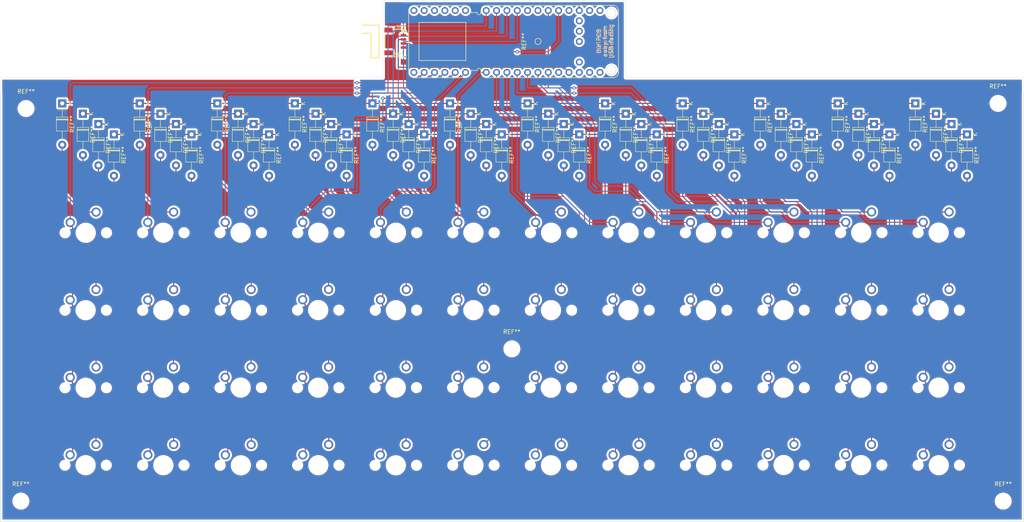
<source format=kicad_pcb>
(kicad_pcb (version 20171130) (host pcbnew "(5.1.6)-1")
  (layers (0 F.Cu signal) (31 B.Cu signal) (34 B.Paste user) (35 F.Paste user) (36 B.SilkS user hide) (37 F.SilkS user) (38 B.Mask user) (39 F.Mask user) (44 Edge.Cuts user))
  (net 0 "")
  (module Connectors:1X04_1MM_RA_STRESSRELIEF (layer F.Cu) (at 118.11 41.91 270)
    (fp_text reference >NAME (at -3.683 0.889) (layer F.SilkS) (effects (font (size 0.6096 0.6096) (thickness 0.127))))
    (fp_text value >VALUE (at 3.683 0.889) (layer F.SilkS) (effects (font (size 0.6096 0.6096) (thickness 0.127))))
    (pad NC2 smd rect (at -2.79908 3.67284 270) (size 1.19888 1.99898) (layers F.Cu F.Paste F.Mask))
    (pad NC1 smd rect (at 2.79908 3.67284 270) (size 1.19888 1.99898) (layers F.Cu F.Paste F.Mask))
    (pad 4 smd rect (at 1.4986 0 270) (size 0.59944 1.34874) (layers F.Cu F.Paste F.Mask))
    (pad 3 smd rect (at 0.49784 0 270) (size 0.59944 1.34874) (layers F.Cu F.Paste F.Mask))
    (pad 2 smd rect (at -0.49784 0 270) (size 0.59944 1.34874) (layers F.Cu F.Paste F.Mask))
    (pad 1 smd rect (at -1.4986 0 270) (size 0.59944 1.34874) (layers F.Cu F.Paste F.Mask))
  )
  (module proton_c:proton_c (layer F.Cu) (at 151.13 41.91 270)
    (fp_text reference REF** (at 0.01 3.39 90) (layer F.SilkS))
    (fp_text value Proton_C)
    (fp_text user "USB facing" (at -0.05 -17.98 90) (layer F.SilkS))
    (fp_text user "USB facing" (at -0.05 -17.98 90) (layer B.SilkS) (effects (justify mirror)))
    (fp_text user towards (at -0.05 -16.48 90) (layer B.SilkS) (effects (justify mirror)))
    (fp_text user "the PCB" (at -0.05 -14.98 90) (layer F.SilkS))
    (fp_text user "away from" (at -0.05 -16.48 90) (layer F.SilkS))
    (fp_text user "the PCB" (at -0.05 -14.98 90) (layer B.SilkS) (effects (justify mirror)))
    (pad 5V thru_hole circle (at 7.615 -15.25 270) (size 1.7 1.7) (drill 1) (layers *.Cu *.Mask))
    (pad A10 thru_hole circle (at -7.6 -12.71 270) (size 1.7 1.7) (drill 1) (layers *.Cu *.Mask))
    (pad SCRE thru_hole circle (at 7.005 -18.0748 270) (size 2.2 2.2) (drill 2.2) (layers *.Cu *.Mask))
    (pad SCRE thru_hole circle (at -6.9904 -18.0748 270) (size 2.2 2.2) (drill 2.2) (layers *.Cu *.Mask))
    (pad A9 thru_hole circle (at -7.6 -15.25 270) (size 1.7 1.7) (drill 1) (layers *.Cu *.Mask))
    (pad D+ thru_hole circle (at -5.06 -10.17 270) (size 1.7 1.7) (drill 1) (layers *.Cu *.Mask))
    (pad GND thru_hole circle (at -7.6 -10.17 270) (size 1.7 1.7) (drill 1) (layers *.Cu *.Mask))
    (pad GND thru_hole circle (at -7.6 -7.63 270) (size 1.7 1.7) (drill 1) (layers *.Cu *.Mask))
    (pad B7 thru_hole circle (at -7.6 -5.09 270) (size 1.7 1.7) (drill 1) (layers *.Cu *.Mask))
    (pad B6 thru_hole circle (at -7.6 -2.55 270) (size 1.7 1.7) (drill 1) (layers *.Cu *.Mask))
    (pad D- thru_hole circle (at -2.52 -10.17 270) (size 1.7 1.7) (drill 1) (layers *.Cu *.Mask))
    (pad CHRG thru_hole circle (at 0.02 -10.17 270) (size 1.7 1.7) (drill 1) (layers *.Cu *.Mask))
    (pad B5 thru_hole circle (at -7.6 -0.01 270) (size 1.7 1.7) (drill 1) (layers *.Cu *.Mask))
    (pad B4 thru_hole circle (at -7.6 2.53 270) (size 1.7 1.7) (drill 1) (layers *.Cu *.Mask))
    (pad B3 thru_hole circle (at -7.6 5.07 270) (size 1.7 1.7) (drill 1) (layers *.Cu *.Mask))
    (pad B2 thru_hole circle (at -7.6 7.61 270) (size 1.7 1.7) (drill 1) (layers *.Cu *.Mask))
    (pad B1 thru_hole circle (at -7.6 10.15 270) (size 1.7 1.7) (drill 1) (layers *.Cu *.Mask))
    (pad B0 thru_hole circle (at -7.6 12.69 270) (size 1.7 1.7) (drill 1) (layers *.Cu *.Mask))
    (pad A5 thru_hole circle (at -7.6 20.31 270) (size 1.7 1.7) (drill 1) (layers *.Cu *.Mask))
    (pad A7 thru_hole circle (at -7.6 25.39 270) (size 1.7 1.7) (drill 1) (layers *.Cu *.Mask))
    (pad A8 thru_hole circle (at -7.6 27.93 270) (size 1.7 1.7) (drill 1) (layers *.Cu *.Mask))
    (pad A6 thru_hole circle (at -7.6 22.85 270) (size 1.7 1.7) (drill 1) (layers *.Cu *.Mask))
    (pad A15 thru_hole circle (at -7.6 30.47 270) (size 1.7 1.7) (drill 1) (layers *.Cu *.Mask))
    (pad A4 thru_hole circle (at -7.6 17.77 270) (size 1.7 1.7) (drill 1) (layers *.Cu *.Mask))
    (pad GND thru_hole circle (at 7.615 -12.71 270) (size 1.7 1.7) (drill 1) (layers *.Cu *.Mask))
    (pad DFU thru_hole circle (at 7.615 -10.17 270) (size 1.7 1.7) (drill 1) (layers *.Cu *.Mask))
    (pad A2 thru_hole circle (at 7.615 -5.09 270) (size 1.7 1.7) (drill 1) (layers *.Cu *.Mask))
    (pad A3|5v thru_hole circle (at 5.075 -10.17 270) (size 1.7 1.7) (drill 1) (layers *.Cu *.Mask))
    (pad 3.3V thru_hole circle (at 7.615 -7.63 270) (size 1.7 1.7) (drill 1) (layers *.Cu *.Mask))
    (pad A1 thru_hole circle (at 7.615 -2.55 270) (size 1.7 1.7) (drill 1) (layers *.Cu *.Mask))
    (pad A0 thru_hole circle (at 7.615 -0.01 270) (size 1.7 1.7) (drill 1) (layers *.Cu *.Mask))
    (pad B8 thru_hole circle (at 7.615 2.53 270) (size 1.7 1.7) (drill 1) (layers *.Cu *.Mask))
    (pad B14 thru_hole circle (at 7.615 7.61 270) (size 1.7 1.7) (drill 1) (layers *.Cu *.Mask))
    (pad B15 thru_hole circle (at 7.615 10.15 270) (size 1.7 1.7) (drill 1) (layers *.Cu *.Mask))
    (pad B13 thru_hole circle (at 7.615 5.07 270) (size 1.7 1.7) (drill 1) (layers *.Cu *.Mask))
    (pad B9 thru_hole circle (at 7.615 12.69 270) (size 1.7 1.7) (drill 1) (layers *.Cu *.Mask))
    (pad B11 thru_hole circle (at 7.615 20.31 270) (size 1.7 1.7) (drill 1) (layers *.Cu *.Mask))
    (pad B10 thru_hole circle (at 7.615 17.77 270) (size 1.7 1.7) (drill 1) (layers *.Cu *.Mask))
    (pad A14 thru_hole circle (at 7.615 25.39 270) (size 1.7 1.7) (drill 1) (layers *.Cu *.Mask))
    (pad B12 thru_hole circle (at 7.615 22.85 270) (size 1.7 1.7) (drill 1) (layers *.Cu *.Mask))
    (pad A13 thru_hole circle (at 7.615 27.93 270) (size 1.7 1.7) (drill 1) (layers *.Cu *.Mask))
    (pad RST thru_hole circle (at 7.615 30.47 270) (size 1.7 1.7) (drill 1) (layers *.Cu *.Mask))
  )
  (module Diode_THT:D_T-1_P10.16mm_Horizontal (layer F.Cu) (at 34.29 57.15 270)
    (fp_text reference REF** (at 5.08 -2.42 90) (layer F.SilkS))
    (fp_text value D_T-1_P10.16mm_Horizontal)
    (fp_text user K (at 0 -2 90) (layer F.SilkS))
    (pad 2 thru_hole oval (at 10.16 0 270) (size 2 2) (drill 1) (layers *.Cu *.Mask))
    (pad 1 thru_hole rect (at 0 0 270) (size 2 2) (drill 1) (layers *.Cu *.Mask))
  )
  (module MX_Only:MXOnly-1U-NoLED (layer F.Cu) (at 135.265569 127.024989)
    (fp_text reference REF**)
    (fp_text value 1U)
    (pad "" np_thru_hole circle (at 5.08 0 48.0996) (size 1.75 1.75) (drill 1.75) (layers *.Cu *.Mask))
    (pad "" np_thru_hole circle (at -5.08 0 48.0996) (size 1.75 1.75) (drill 1.75) (layers *.Cu *.Mask))
    (pad 1 thru_hole circle (at -3.81 -2.54) (size 2.25 2.25) (drill 1.47) (layers *.Cu B.Mask))
    (pad "" np_thru_hole circle (at 0 0) (size 3.9878 3.9878) (drill 3.9878) (layers *.Cu *.Mask))
    (pad 2 thru_hole circle (at 2.54 -5.08) (size 2.25 2.25) (drill 1.47) (layers *.Cu B.Mask))
  )
  (module MountingHole:MountingHole_3.2mm_M3 (layer F.Cu) (at 144.733644 117.507381)
    (fp_text reference REF** (at 0 -4.2) (layer F.SilkS))
    (fp_text value MountingHole_3.2mm_M3)
    (pad 1 np_thru_hole circle (at 0 0) (size 3.2 3.2) (drill 3.2) (layers *.Cu *.Mask))
  )
  (module MountingHole:MountingHole_3.2mm_M3 (layer F.Cu) (at 264.16 57.15)
    (fp_text reference REF** (at 0 -4.2) (layer F.SilkS))
    (fp_text value MountingHole_3.2mm_M3)
    (pad 1 np_thru_hole circle (at 0 0) (size 3.2 3.2) (drill 3.2) (layers *.Cu *.Mask))
  )
  (module MountingHole:MountingHole_3.2mm_M3 (layer F.Cu) (at 25.4 58.42)
    (fp_text reference REF** (at 0 -4.2) (layer F.SilkS))
    (fp_text value MountingHole_3.2mm_M3)
    (pad 1 np_thru_hole circle (at 0 0) (size 3.2 3.2) (drill 3.2) (layers *.Cu *.Mask))
  )
  (module MountingHole:MountingHole_3.2mm_M3 (layer F.Cu) (at 24.13 154.94)
    (fp_text reference REF** (at 0 -4.2) (layer F.SilkS))
    (fp_text value MountingHole_3.2mm_M3)
    (pad 1 np_thru_hole circle (at 0 0) (size 3.2 3.2) (drill 3.2) (layers *.Cu *.Mask))
  )
  (module MountingHole:MountingHole_3.2mm_M3 (layer F.Cu) (at 265.43 154.94)
    (fp_text reference REF** (at 0 -4.2) (layer F.SilkS))
    (fp_text value MountingHole_3.2mm_M3)
    (pad 1 np_thru_hole circle (at 0 0) (size 3.2 3.2) (drill 3.2) (layers *.Cu *.Mask))
  )
  (module Diode_THT:D_T-1_P10.16mm_Horizontal (layer F.Cu) (at 248.92 59.69 270)
    (fp_text reference REF** (at 5.08 -2.42 90) (layer F.SilkS))
    (fp_text value D_T-1_P10.16mm_Horizontal)
    (fp_text user K (at 0 -2 90) (layer F.SilkS))
    (pad 1 thru_hole rect (at 0 0 270) (size 2 2) (drill 1) (layers *.Cu *.Mask))
    (pad 2 thru_hole oval (at 10.16 0 270) (size 2 2) (drill 1) (layers *.Cu *.Mask))
  )
  (module Diode_THT:D_T-1_P10.16mm_Horizontal (layer F.Cu) (at 243.84 57.15 270)
    (fp_text reference REF** (at 5.08 -2.42 90) (layer F.SilkS))
    (fp_text value D_T-1_P10.16mm_Horizontal)
    (fp_text user K (at 0 -2 90) (layer F.SilkS))
    (pad 1 thru_hole rect (at 0 0 270) (size 2 2) (drill 1) (layers *.Cu *.Mask))
    (pad 2 thru_hole oval (at 10.16 0 270) (size 2 2) (drill 1) (layers *.Cu *.Mask))
  )
  (module Diode_THT:D_T-1_P10.16mm_Horizontal (layer F.Cu) (at 252.73 62.23 270)
    (fp_text reference REF** (at 5.08 -2.42 90) (layer F.SilkS))
    (fp_text value D_T-1_P10.16mm_Horizontal)
    (fp_text user K (at 0 -2 90) (layer F.SilkS))
    (pad 1 thru_hole rect (at 0 0 270) (size 2 2) (drill 1) (layers *.Cu *.Mask))
    (pad 2 thru_hole oval (at 10.16 0 270) (size 2 2) (drill 1) (layers *.Cu *.Mask))
  )
  (module Diode_THT:D_T-1_P10.16mm_Horizontal (layer F.Cu) (at 256.54 64.77 270)
    (fp_text reference REF** (at 5.08 -2.42 90) (layer F.SilkS))
    (fp_text value D_T-1_P10.16mm_Horizontal)
    (fp_text user K (at 0 -2 90) (layer F.SilkS))
    (pad 1 thru_hole rect (at 0 0 270) (size 2 2) (drill 1) (layers *.Cu *.Mask))
    (pad 2 thru_hole oval (at 10.16 0 270) (size 2 2) (drill 1) (layers *.Cu *.Mask))
  )
  (module Diode_THT:D_T-1_P10.16mm_Horizontal (layer F.Cu) (at 229.87 59.69 270)
    (fp_text reference REF** (at 5.08 -2.42 90) (layer F.SilkS))
    (fp_text value D_T-1_P10.16mm_Horizontal)
    (fp_text user K (at 0 -2 90) (layer F.SilkS))
    (pad 1 thru_hole rect (at 0 0 270) (size 2 2) (drill 1) (layers *.Cu *.Mask))
    (pad 2 thru_hole oval (at 10.16 0 270) (size 2 2) (drill 1) (layers *.Cu *.Mask))
  )
  (module Diode_THT:D_T-1_P10.16mm_Horizontal (layer F.Cu) (at 224.79 57.15 270)
    (fp_text reference REF** (at 5.08 -2.42 90) (layer F.SilkS))
    (fp_text value D_T-1_P10.16mm_Horizontal)
    (fp_text user K (at 0 -2 90) (layer F.SilkS))
    (pad 1 thru_hole rect (at 0 0 270) (size 2 2) (drill 1) (layers *.Cu *.Mask))
    (pad 2 thru_hole oval (at 10.16 0 270) (size 2 2) (drill 1) (layers *.Cu *.Mask))
  )
  (module Diode_THT:D_T-1_P10.16mm_Horizontal (layer F.Cu) (at 233.68 62.23 270)
    (fp_text reference REF** (at 5.08 -2.42 90) (layer F.SilkS))
    (fp_text value D_T-1_P10.16mm_Horizontal)
    (fp_text user K (at 0 -2 90) (layer F.SilkS))
    (pad 1 thru_hole rect (at 0 0 270) (size 2 2) (drill 1) (layers *.Cu *.Mask))
    (pad 2 thru_hole oval (at 10.16 0 270) (size 2 2) (drill 1) (layers *.Cu *.Mask))
  )
  (module Diode_THT:D_T-1_P10.16mm_Horizontal (layer F.Cu) (at 237.49 64.77 270)
    (fp_text reference REF** (at 5.08 -2.42 90) (layer F.SilkS))
    (fp_text value D_T-1_P10.16mm_Horizontal)
    (fp_text user K (at 0 -2 90) (layer F.SilkS))
    (pad 1 thru_hole rect (at 0 0 270) (size 2 2) (drill 1) (layers *.Cu *.Mask))
    (pad 2 thru_hole oval (at 10.16 0 270) (size 2 2) (drill 1) (layers *.Cu *.Mask))
  )
  (module Diode_THT:D_T-1_P10.16mm_Horizontal (layer F.Cu) (at 210.82 59.69 270)
    (fp_text reference REF** (at 5.08 -2.42 90) (layer F.SilkS))
    (fp_text value D_T-1_P10.16mm_Horizontal)
    (fp_text user K (at 0 -2 90) (layer F.SilkS))
    (pad 1 thru_hole rect (at 0 0 270) (size 2 2) (drill 1) (layers *.Cu *.Mask))
    (pad 2 thru_hole oval (at 10.16 0 270) (size 2 2) (drill 1) (layers *.Cu *.Mask))
  )
  (module Diode_THT:D_T-1_P10.16mm_Horizontal (layer F.Cu) (at 205.74 57.15 270)
    (fp_text reference REF** (at 5.08 -2.42 90) (layer F.SilkS))
    (fp_text value D_T-1_P10.16mm_Horizontal)
    (fp_text user K (at 0 -2 90) (layer F.SilkS))
    (pad 1 thru_hole rect (at 0 0 270) (size 2 2) (drill 1) (layers *.Cu *.Mask))
    (pad 2 thru_hole oval (at 10.16 0 270) (size 2 2) (drill 1) (layers *.Cu *.Mask))
  )
  (module Diode_THT:D_T-1_P10.16mm_Horizontal (layer F.Cu) (at 214.63 62.23 270)
    (fp_text reference REF** (at 5.08 -2.42 90) (layer F.SilkS))
    (fp_text value D_T-1_P10.16mm_Horizontal)
    (fp_text user K (at 0 -2 90) (layer F.SilkS))
    (pad 1 thru_hole rect (at 0 0 270) (size 2 2) (drill 1) (layers *.Cu *.Mask))
    (pad 2 thru_hole oval (at 10.16 0 270) (size 2 2) (drill 1) (layers *.Cu *.Mask))
  )
  (module Diode_THT:D_T-1_P10.16mm_Horizontal (layer F.Cu) (at 218.44 64.77 270)
    (fp_text reference REF** (at 5.08 -2.42 90) (layer F.SilkS))
    (fp_text value D_T-1_P10.16mm_Horizontal)
    (fp_text user K (at 0 -2 90) (layer F.SilkS))
    (pad 1 thru_hole rect (at 0 0 270) (size 2 2) (drill 1) (layers *.Cu *.Mask))
    (pad 2 thru_hole oval (at 10.16 0 270) (size 2 2) (drill 1) (layers *.Cu *.Mask))
  )
  (module Diode_THT:D_T-1_P10.16mm_Horizontal (layer F.Cu) (at 191.77 59.69 270)
    (fp_text reference REF** (at 5.08 -2.42 90) (layer F.SilkS))
    (fp_text value D_T-1_P10.16mm_Horizontal)
    (fp_text user K (at 0 -2 90) (layer F.SilkS))
    (pad 1 thru_hole rect (at 0 0 270) (size 2 2) (drill 1) (layers *.Cu *.Mask))
    (pad 2 thru_hole oval (at 10.16 0 270) (size 2 2) (drill 1) (layers *.Cu *.Mask))
  )
  (module Diode_THT:D_T-1_P10.16mm_Horizontal (layer F.Cu) (at 186.69 57.15 270)
    (fp_text reference REF** (at 5.08 -2.42 90) (layer F.SilkS))
    (fp_text value D_T-1_P10.16mm_Horizontal)
    (fp_text user K (at 0 -2 90) (layer F.SilkS))
    (pad 1 thru_hole rect (at 0 0 270) (size 2 2) (drill 1) (layers *.Cu *.Mask))
    (pad 2 thru_hole oval (at 10.16 0 270) (size 2 2) (drill 1) (layers *.Cu *.Mask))
  )
  (module Diode_THT:D_T-1_P10.16mm_Horizontal (layer F.Cu) (at 195.58 62.23 270)
    (fp_text reference REF** (at 5.08 -2.42 90) (layer F.SilkS))
    (fp_text value D_T-1_P10.16mm_Horizontal)
    (fp_text user K (at 0 -2 90) (layer F.SilkS))
    (pad 1 thru_hole rect (at 0 0 270) (size 2 2) (drill 1) (layers *.Cu *.Mask))
    (pad 2 thru_hole oval (at 10.16 0 270) (size 2 2) (drill 1) (layers *.Cu *.Mask))
  )
  (module Diode_THT:D_T-1_P10.16mm_Horizontal (layer F.Cu) (at 199.39 64.77 270)
    (fp_text reference REF** (at 5.08 -2.42 90) (layer F.SilkS))
    (fp_text value D_T-1_P10.16mm_Horizontal)
    (fp_text user K (at 0 -2 90) (layer F.SilkS))
    (pad 1 thru_hole rect (at 0 0 270) (size 2 2) (drill 1) (layers *.Cu *.Mask))
    (pad 2 thru_hole oval (at 10.16 0 270) (size 2 2) (drill 1) (layers *.Cu *.Mask))
  )
  (module Diode_THT:D_T-1_P10.16mm_Horizontal (layer F.Cu) (at 172.72 59.69 270)
    (fp_text reference REF** (at 5.08 -2.42 90) (layer F.SilkS))
    (fp_text value D_T-1_P10.16mm_Horizontal)
    (fp_text user K (at 0 -2 90) (layer F.SilkS))
    (pad 1 thru_hole rect (at 0 0 270) (size 2 2) (drill 1) (layers *.Cu *.Mask))
    (pad 2 thru_hole oval (at 10.16 0 270) (size 2 2) (drill 1) (layers *.Cu *.Mask))
  )
  (module Diode_THT:D_T-1_P10.16mm_Horizontal (layer F.Cu) (at 167.64 57.15 270)
    (fp_text reference REF** (at 5.08 -2.42 90) (layer F.SilkS))
    (fp_text value D_T-1_P10.16mm_Horizontal)
    (fp_text user K (at 0 -2 90) (layer F.SilkS))
    (pad 1 thru_hole rect (at 0 0 270) (size 2 2) (drill 1) (layers *.Cu *.Mask))
    (pad 2 thru_hole oval (at 10.16 0 270) (size 2 2) (drill 1) (layers *.Cu *.Mask))
  )
  (module Diode_THT:D_T-1_P10.16mm_Horizontal (layer F.Cu) (at 176.53 62.23 270)
    (fp_text reference REF** (at 5.08 -2.42 90) (layer F.SilkS))
    (fp_text value D_T-1_P10.16mm_Horizontal)
    (fp_text user K (at 0 -2 90) (layer F.SilkS))
    (pad 1 thru_hole rect (at 0 0 270) (size 2 2) (drill 1) (layers *.Cu *.Mask))
    (pad 2 thru_hole oval (at 10.16 0 270) (size 2 2) (drill 1) (layers *.Cu *.Mask))
  )
  (module Diode_THT:D_T-1_P10.16mm_Horizontal (layer F.Cu) (at 180.34 64.77 270)
    (fp_text reference REF** (at 5.08 -2.42 90) (layer F.SilkS))
    (fp_text value D_T-1_P10.16mm_Horizontal)
    (fp_text user K (at 0 -2 90) (layer F.SilkS))
    (pad 1 thru_hole rect (at 0 0 270) (size 2 2) (drill 1) (layers *.Cu *.Mask))
    (pad 2 thru_hole oval (at 10.16 0 270) (size 2 2) (drill 1) (layers *.Cu *.Mask))
  )
  (module Diode_THT:D_T-1_P10.16mm_Horizontal (layer F.Cu) (at 153.67 59.69 270)
    (fp_text reference REF** (at 5.08 -2.42 90) (layer F.SilkS))
    (fp_text value D_T-1_P10.16mm_Horizontal)
    (fp_text user K (at 0 -2 90) (layer F.SilkS))
    (pad 1 thru_hole rect (at 0 0 270) (size 2 2) (drill 1) (layers *.Cu *.Mask))
    (pad 2 thru_hole oval (at 10.16 0 270) (size 2 2) (drill 1) (layers *.Cu *.Mask))
  )
  (module Diode_THT:D_T-1_P10.16mm_Horizontal (layer F.Cu) (at 148.59 57.15 270)
    (fp_text reference REF** (at 5.08 -2.42 90) (layer F.SilkS))
    (fp_text value D_T-1_P10.16mm_Horizontal)
    (fp_text user K (at 0 -2 90) (layer F.SilkS))
    (pad 1 thru_hole rect (at 0 0 270) (size 2 2) (drill 1) (layers *.Cu *.Mask))
    (pad 2 thru_hole oval (at 10.16 0 270) (size 2 2) (drill 1) (layers *.Cu *.Mask))
  )
  (module Diode_THT:D_T-1_P10.16mm_Horizontal (layer F.Cu) (at 157.48 62.23 270)
    (fp_text reference REF** (at 5.08 -2.42 90) (layer F.SilkS))
    (fp_text value D_T-1_P10.16mm_Horizontal)
    (fp_text user K (at 0 -2 90) (layer F.SilkS))
    (pad 1 thru_hole rect (at 0 0 270) (size 2 2) (drill 1) (layers *.Cu *.Mask))
    (pad 2 thru_hole oval (at 10.16 0 270) (size 2 2) (drill 1) (layers *.Cu *.Mask))
  )
  (module Diode_THT:D_T-1_P10.16mm_Horizontal (layer F.Cu) (at 161.29 64.77 270)
    (fp_text reference REF** (at 5.08 -2.42 90) (layer F.SilkS))
    (fp_text value D_T-1_P10.16mm_Horizontal)
    (fp_text user K (at 0 -2 90) (layer F.SilkS))
    (pad 1 thru_hole rect (at 0 0 270) (size 2 2) (drill 1) (layers *.Cu *.Mask))
    (pad 2 thru_hole oval (at 10.16 0 270) (size 2 2) (drill 1) (layers *.Cu *.Mask))
  )
  (module Diode_THT:D_T-1_P10.16mm_Horizontal (layer F.Cu) (at 134.62 59.69 270)
    (fp_text reference REF** (at 5.08 -2.42 90) (layer F.SilkS))
    (fp_text value D_T-1_P10.16mm_Horizontal)
    (fp_text user K (at 0 -2 90) (layer F.SilkS))
    (pad 1 thru_hole rect (at 0 0 270) (size 2 2) (drill 1) (layers *.Cu *.Mask))
    (pad 2 thru_hole oval (at 10.16 0 270) (size 2 2) (drill 1) (layers *.Cu *.Mask))
  )
  (module Diode_THT:D_T-1_P10.16mm_Horizontal (layer F.Cu) (at 129.54 57.15 270)
    (fp_text reference REF** (at 5.08 -2.42 90) (layer F.SilkS))
    (fp_text value D_T-1_P10.16mm_Horizontal)
    (fp_text user K (at 0 -2 90) (layer F.SilkS))
    (pad 1 thru_hole rect (at 0 0 270) (size 2 2) (drill 1) (layers *.Cu *.Mask))
    (pad 2 thru_hole oval (at 10.16 0 270) (size 2 2) (drill 1) (layers *.Cu *.Mask))
  )
  (module Diode_THT:D_T-1_P10.16mm_Horizontal (layer F.Cu) (at 138.43 62.23 270)
    (fp_text reference REF** (at 5.08 -2.42 90) (layer F.SilkS))
    (fp_text value D_T-1_P10.16mm_Horizontal)
    (fp_text user K (at 0 -2 90) (layer F.SilkS))
    (pad 1 thru_hole rect (at 0 0 270) (size 2 2) (drill 1) (layers *.Cu *.Mask))
    (pad 2 thru_hole oval (at 10.16 0 270) (size 2 2) (drill 1) (layers *.Cu *.Mask))
  )
  (module Diode_THT:D_T-1_P10.16mm_Horizontal (layer F.Cu) (at 142.24 64.77 270)
    (fp_text reference REF** (at 5.08 -2.42 90) (layer F.SilkS))
    (fp_text value D_T-1_P10.16mm_Horizontal)
    (fp_text user K (at 0 -2 90) (layer F.SilkS))
    (pad 1 thru_hole rect (at 0 0 270) (size 2 2) (drill 1) (layers *.Cu *.Mask))
    (pad 2 thru_hole oval (at 10.16 0 270) (size 2 2) (drill 1) (layers *.Cu *.Mask))
  )
  (module Diode_THT:D_T-1_P10.16mm_Horizontal (layer F.Cu) (at 115.57 59.69 270)
    (fp_text reference REF** (at 5.08 -2.42 90) (layer F.SilkS))
    (fp_text value D_T-1_P10.16mm_Horizontal)
    (fp_text user K (at 0 -2 90) (layer F.SilkS))
    (pad 1 thru_hole rect (at 0 0 270) (size 2 2) (drill 1) (layers *.Cu *.Mask))
    (pad 2 thru_hole oval (at 10.16 0 270) (size 2 2) (drill 1) (layers *.Cu *.Mask))
  )
  (module Diode_THT:D_T-1_P10.16mm_Horizontal (layer F.Cu) (at 110.49 57.15 270)
    (fp_text reference REF** (at 5.08 -2.42 90) (layer F.SilkS))
    (fp_text value D_T-1_P10.16mm_Horizontal)
    (fp_text user K (at 0 -2 90) (layer F.SilkS))
    (pad 1 thru_hole rect (at 0 0 270) (size 2 2) (drill 1) (layers *.Cu *.Mask))
    (pad 2 thru_hole oval (at 10.16 0 270) (size 2 2) (drill 1) (layers *.Cu *.Mask))
  )
  (module Diode_THT:D_T-1_P10.16mm_Horizontal (layer F.Cu) (at 119.38 62.23 270)
    (fp_text reference REF** (at 5.08 -2.42 90) (layer F.SilkS))
    (fp_text value D_T-1_P10.16mm_Horizontal)
    (fp_text user K (at 0 -2 90) (layer F.SilkS))
    (pad 1 thru_hole rect (at 0 0 270) (size 2 2) (drill 1) (layers *.Cu *.Mask))
    (pad 2 thru_hole oval (at 10.16 0 270) (size 2 2) (drill 1) (layers *.Cu *.Mask))
  )
  (module Diode_THT:D_T-1_P10.16mm_Horizontal (layer F.Cu) (at 123.19 64.77 270)
    (fp_text reference REF** (at 5.08 -2.42 90) (layer F.SilkS))
    (fp_text value D_T-1_P10.16mm_Horizontal)
    (fp_text user K (at 0 -2 90) (layer F.SilkS))
    (pad 1 thru_hole rect (at 0 0 270) (size 2 2) (drill 1) (layers *.Cu *.Mask))
    (pad 2 thru_hole oval (at 10.16 0 270) (size 2 2) (drill 1) (layers *.Cu *.Mask))
  )
  (module Diode_THT:D_T-1_P10.16mm_Horizontal (layer F.Cu) (at 96.52 59.69 270)
    (fp_text reference REF** (at 5.08 -2.42 90) (layer F.SilkS))
    (fp_text value D_T-1_P10.16mm_Horizontal)
    (fp_text user K (at 0 -2 90) (layer F.SilkS))
    (pad 1 thru_hole rect (at 0 0 270) (size 2 2) (drill 1) (layers *.Cu *.Mask))
    (pad 2 thru_hole oval (at 10.16 0 270) (size 2 2) (drill 1) (layers *.Cu *.Mask))
  )
  (module Diode_THT:D_T-1_P10.16mm_Horizontal (layer F.Cu) (at 91.44 57.15 270)
    (fp_text reference REF** (at 5.08 -2.42 90) (layer F.SilkS))
    (fp_text value D_T-1_P10.16mm_Horizontal)
    (fp_text user K (at 0 -2 90) (layer F.SilkS))
    (pad 1 thru_hole rect (at 0 0 270) (size 2 2) (drill 1) (layers *.Cu *.Mask))
    (pad 2 thru_hole oval (at 10.16 0 270) (size 2 2) (drill 1) (layers *.Cu *.Mask))
  )
  (module Diode_THT:D_T-1_P10.16mm_Horizontal (layer F.Cu) (at 100.33 62.23 270)
    (fp_text reference REF** (at 5.08 -2.42 90) (layer F.SilkS))
    (fp_text value D_T-1_P10.16mm_Horizontal)
    (fp_text user K (at 0 -2 90) (layer F.SilkS))
    (pad 1 thru_hole rect (at 0 0 270) (size 2 2) (drill 1) (layers *.Cu *.Mask))
    (pad 2 thru_hole oval (at 10.16 0 270) (size 2 2) (drill 1) (layers *.Cu *.Mask))
  )
  (module Diode_THT:D_T-1_P10.16mm_Horizontal (layer F.Cu) (at 104.14 64.77 270)
    (fp_text reference REF** (at 5.08 -2.42 90) (layer F.SilkS))
    (fp_text value D_T-1_P10.16mm_Horizontal)
    (fp_text user K (at 0 -2 90) (layer F.SilkS))
    (pad 1 thru_hole rect (at 0 0 270) (size 2 2) (drill 1) (layers *.Cu *.Mask))
    (pad 2 thru_hole oval (at 10.16 0 270) (size 2 2) (drill 1) (layers *.Cu *.Mask))
  )
  (module Diode_THT:D_T-1_P10.16mm_Horizontal (layer F.Cu) (at 77.47 59.69 270)
    (fp_text reference REF** (at 5.08 -2.42 90) (layer F.SilkS))
    (fp_text value D_T-1_P10.16mm_Horizontal)
    (fp_text user K (at 0 -2 90) (layer F.SilkS))
    (pad 1 thru_hole rect (at 0 0 270) (size 2 2) (drill 1) (layers *.Cu *.Mask))
    (pad 2 thru_hole oval (at 10.16 0 270) (size 2 2) (drill 1) (layers *.Cu *.Mask))
  )
  (module Diode_THT:D_T-1_P10.16mm_Horizontal (layer F.Cu) (at 72.39 57.15 270)
    (fp_text reference REF** (at 5.08 -2.42 90) (layer F.SilkS))
    (fp_text value D_T-1_P10.16mm_Horizontal)
    (fp_text user K (at 0 -2 90) (layer F.SilkS))
    (pad 1 thru_hole rect (at 0 0 270) (size 2 2) (drill 1) (layers *.Cu *.Mask))
    (pad 2 thru_hole oval (at 10.16 0 270) (size 2 2) (drill 1) (layers *.Cu *.Mask))
  )
  (module Diode_THT:D_T-1_P10.16mm_Horizontal (layer F.Cu) (at 81.28 62.23 270)
    (fp_text reference REF** (at 5.08 -2.42 90) (layer F.SilkS))
    (fp_text value D_T-1_P10.16mm_Horizontal)
    (fp_text user K (at 0 -2 90) (layer F.SilkS))
    (pad 1 thru_hole rect (at 0 0 270) (size 2 2) (drill 1) (layers *.Cu *.Mask))
    (pad 2 thru_hole oval (at 10.16 0 270) (size 2 2) (drill 1) (layers *.Cu *.Mask))
  )
  (module Diode_THT:D_T-1_P10.16mm_Horizontal (layer F.Cu) (at 85.09 64.77 270)
    (fp_text reference REF** (at 5.08 -2.42 90) (layer F.SilkS))
    (fp_text value D_T-1_P10.16mm_Horizontal)
    (fp_text user K (at 0 -2 90) (layer F.SilkS))
    (pad 1 thru_hole rect (at 0 0 270) (size 2 2) (drill 1) (layers *.Cu *.Mask))
    (pad 2 thru_hole oval (at 10.16 0 270) (size 2 2) (drill 1) (layers *.Cu *.Mask))
  )
  (module Diode_THT:D_T-1_P10.16mm_Horizontal (layer F.Cu) (at 58.42 59.69 270)
    (fp_text reference REF** (at 5.08 -2.42 90) (layer F.SilkS))
    (fp_text value D_T-1_P10.16mm_Horizontal)
    (fp_text user K (at 0 -2 90) (layer F.SilkS))
    (pad 1 thru_hole rect (at 0 0 270) (size 2 2) (drill 1) (layers *.Cu *.Mask))
    (pad 2 thru_hole oval (at 10.16 0 270) (size 2 2) (drill 1) (layers *.Cu *.Mask))
  )
  (module Diode_THT:D_T-1_P10.16mm_Horizontal (layer F.Cu) (at 53.34 57.15 270)
    (fp_text reference REF** (at 5.08 -2.42 90) (layer F.SilkS))
    (fp_text value D_T-1_P10.16mm_Horizontal)
    (fp_text user K (at 0 -2 90) (layer F.SilkS))
    (pad 1 thru_hole rect (at 0 0 270) (size 2 2) (drill 1) (layers *.Cu *.Mask))
    (pad 2 thru_hole oval (at 10.16 0 270) (size 2 2) (drill 1) (layers *.Cu *.Mask))
  )
  (module Diode_THT:D_T-1_P10.16mm_Horizontal (layer F.Cu) (at 62.23 62.23 270)
    (fp_text reference REF** (at 5.08 -2.42 90) (layer F.SilkS))
    (fp_text value D_T-1_P10.16mm_Horizontal)
    (fp_text user K (at 0 -2 90) (layer F.SilkS))
    (pad 1 thru_hole rect (at 0 0 270) (size 2 2) (drill 1) (layers *.Cu *.Mask))
    (pad 2 thru_hole oval (at 10.16 0 270) (size 2 2) (drill 1) (layers *.Cu *.Mask))
  )
  (module Diode_THT:D_T-1_P10.16mm_Horizontal (layer F.Cu) (at 66.04 64.77 270)
    (fp_text reference REF** (at 5.08 -2.42 90) (layer F.SilkS))
    (fp_text value D_T-1_P10.16mm_Horizontal)
    (fp_text user K (at 0 -2 90) (layer F.SilkS))
    (pad 1 thru_hole rect (at 0 0 270) (size 2 2) (drill 1) (layers *.Cu *.Mask))
    (pad 2 thru_hole oval (at 10.16 0 270) (size 2 2) (drill 1) (layers *.Cu *.Mask))
  )
  (module Diode_THT:D_T-1_P10.16mm_Horizontal (layer F.Cu) (at 46.99 64.77 270)
    (fp_text reference REF** (at 5.08 -2.42 90) (layer F.SilkS))
    (fp_text value D_T-1_P10.16mm_Horizontal)
    (fp_text user K (at 0 -2 90) (layer F.SilkS))
    (pad 2 thru_hole oval (at 10.16 0 270) (size 2 2) (drill 1) (layers *.Cu *.Mask))
    (pad 1 thru_hole rect (at 0 0 270) (size 2 2) (drill 1) (layers *.Cu *.Mask))
  )
  (module Diode_THT:D_T-1_P10.16mm_Horizontal (layer F.Cu) (at 43.18 62.23 270)
    (fp_text reference REF** (at 5.08 -2.42 90) (layer F.SilkS))
    (fp_text value D_T-1_P10.16mm_Horizontal)
    (fp_text user K (at 0 -2 90) (layer F.SilkS))
    (pad 2 thru_hole oval (at 10.16 0 270) (size 2 2) (drill 1) (layers *.Cu *.Mask))
    (pad 1 thru_hole rect (at 0 0 270) (size 2 2) (drill 1) (layers *.Cu *.Mask))
  )
  (module Diode_THT:D_T-1_P10.16mm_Horizontal (layer F.Cu) (at 39.37 59.69 270)
    (fp_text reference REF** (at 5.08 -2.42 90) (layer F.SilkS))
    (fp_text value D_T-1_P10.16mm_Horizontal)
    (fp_text user K (at 0 -2 90) (layer F.SilkS))
    (pad 2 thru_hole oval (at 10.16 0 270) (size 2 2) (drill 1) (layers *.Cu *.Mask))
    (pad 1 thru_hole rect (at 0 0 270) (size 2 2) (drill 1) (layers *.Cu *.Mask))
  )
  (module MX_Only:MXOnly-1U-NoLED (layer F.Cu) (at 116.272004 88.940058)
    (fp_text reference REF**)
    (fp_text value 1U)
    (pad "" np_thru_hole circle (at 5.08 0 48.0996) (size 1.75 1.75) (drill 1.75) (layers *.Cu *.Mask))
    (pad "" np_thru_hole circle (at -5.08 0 48.0996) (size 1.75 1.75) (drill 1.75) (layers *.Cu *.Mask))
    (pad 1 thru_hole circle (at -3.81 -2.54) (size 2.25 2.25) (drill 1.47) (layers *.Cu B.Mask))
    (pad "" np_thru_hole circle (at 0 0) (size 3.9878 3.9878) (drill 3.9878) (layers *.Cu *.Mask))
    (pad 2 thru_hole circle (at 2.54 -5.08) (size 2.25 2.25) (drill 1.47) (layers *.Cu B.Mask))
  )
  (module MX_Only:MXOnly-1U-NoLED (layer F.Cu) (at 173.360368 127.052755)
    (fp_text reference REF**)
    (fp_text value 1U)
    (pad "" np_thru_hole circle (at 5.08 0 48.0996) (size 1.75 1.75) (drill 1.75) (layers *.Cu *.Mask))
    (pad "" np_thru_hole circle (at -5.08 0 48.0996) (size 1.75 1.75) (drill 1.75) (layers *.Cu *.Mask))
    (pad 1 thru_hole circle (at -3.81 -2.54) (size 2.25 2.25) (drill 1.47) (layers *.Cu B.Mask))
    (pad "" np_thru_hole circle (at 0 0) (size 3.9878 3.9878) (drill 3.9878) (layers *.Cu *.Mask))
    (pad 2 thru_hole circle (at 2.54 -5.08) (size 2.25 2.25) (drill 1.47) (layers *.Cu B.Mask))
  )
  (module MX_Only:MXOnly-1U-NoLED (layer F.Cu) (at 192.435533 127.024989)
    (fp_text reference REF**)
    (fp_text value 1U)
    (pad "" np_thru_hole circle (at 5.08 0 48.0996) (size 1.75 1.75) (drill 1.75) (layers *.Cu *.Mask))
    (pad "" np_thru_hole circle (at -5.08 0 48.0996) (size 1.75 1.75) (drill 1.75) (layers *.Cu *.Mask))
    (pad 1 thru_hole circle (at -3.81 -2.54) (size 2.25 2.25) (drill 1.47) (layers *.Cu B.Mask))
    (pad "" np_thru_hole circle (at 0 0) (size 3.9878 3.9878) (drill 3.9878) (layers *.Cu *.Mask))
    (pad 2 thru_hole circle (at 2.54 -5.08) (size 2.25 2.25) (drill 1.47) (layers *.Cu B.Mask))
  )
  (module MX_Only:MXOnly-1U-NoLED (layer F.Cu) (at 97.197245 88.940058)
    (fp_text reference REF**)
    (fp_text value 1U)
    (pad "" np_thru_hole circle (at 5.08 0 48.0996) (size 1.75 1.75) (drill 1.75) (layers *.Cu *.Mask))
    (pad "" np_thru_hole circle (at -5.08 0 48.0996) (size 1.75 1.75) (drill 1.75) (layers *.Cu *.Mask))
    (pad 1 thru_hole circle (at -3.81 -2.54) (size 2.25 2.25) (drill 1.47) (layers *.Cu B.Mask))
    (pad "" np_thru_hole circle (at 0 0) (size 3.9878 3.9878) (drill 3.9878) (layers *.Cu *.Mask))
    (pad 2 thru_hole circle (at 2.54 -5.08) (size 2.25 2.25) (drill 1.47) (layers *.Cu B.Mask))
  )
  (module MX_Only:MXOnly-1U-NoLED (layer F.Cu) (at 154.345487 107.989188)
    (fp_text reference REF**)
    (fp_text value 1U)
    (pad "" np_thru_hole circle (at 5.08 0 48.0996) (size 1.75 1.75) (drill 1.75) (layers *.Cu *.Mask))
    (pad "" np_thru_hole circle (at -5.08 0 48.0996) (size 1.75 1.75) (drill 1.75) (layers *.Cu *.Mask))
    (pad 1 thru_hole circle (at -3.81 -2.54) (size 2.25 2.25) (drill 1.47) (layers *.Cu B.Mask))
    (pad "" np_thru_hole circle (at 0 0) (size 3.9878 3.9878) (drill 3.9878) (layers *.Cu *.Mask))
    (pad 2 thru_hole circle (at 2.54 -5.08) (size 2.25 2.25) (drill 1.47) (layers *.Cu B.Mask))
  )
  (module MX_Only:MXOnly-1U-NoLED (layer F.Cu) (at 40.056337 127.069414)
    (fp_text reference REF**)
    (fp_text value 1U)
    (pad "" np_thru_hole circle (at 5.08 0 48.0996) (size 1.75 1.75) (drill 1.75) (layers *.Cu *.Mask))
    (pad "" np_thru_hole circle (at -5.08 0 48.0996) (size 1.75 1.75) (drill 1.75) (layers *.Cu *.Mask))
    (pad 1 thru_hole circle (at -3.81 -2.54) (size 2.25 2.25) (drill 1.47) (layers *.Cu B.Mask))
    (pad "" np_thru_hole circle (at 0 0) (size 3.9878 3.9878) (drill 3.9878) (layers *.Cu *.Mask))
    (pad 2 thru_hole circle (at 2.54 -5.08) (size 2.25 2.25) (drill 1.47) (layers *.Cu B.Mask))
  )
  (module MX_Only:MXOnly-1U-NoLED (layer F.Cu) (at 59.075971 127.052755)
    (fp_text reference REF**)
    (fp_text value 1U)
    (pad "" np_thru_hole circle (at 5.08 0 48.0996) (size 1.75 1.75) (drill 1.75) (layers *.Cu *.Mask))
    (pad "" np_thru_hole circle (at -5.08 0 48.0996) (size 1.75 1.75) (drill 1.75) (layers *.Cu *.Mask))
    (pad 1 thru_hole circle (at -3.81 -2.54) (size 2.25 2.25) (drill 1.47) (layers *.Cu B.Mask))
    (pad "" np_thru_hole circle (at 0 0) (size 3.9878 3.9878) (drill 3.9878) (layers *.Cu *.Mask))
    (pad 2 thru_hole circle (at 2.54 -5.08) (size 2.25 2.25) (drill 1.47) (layers *.Cu B.Mask))
  )
  (module MX_Only:MXOnly-1U-NoLED (layer F.Cu) (at 211.476145 107.989188)
    (fp_text reference REF**)
    (fp_text value 1U)
    (pad "" np_thru_hole circle (at 5.08 0 48.0996) (size 1.75 1.75) (drill 1.75) (layers *.Cu *.Mask))
    (pad "" np_thru_hole circle (at -5.08 0 48.0996) (size 1.75 1.75) (drill 1.75) (layers *.Cu *.Mask))
    (pad 1 thru_hole circle (at -3.81 -2.54) (size 2.25 2.25) (drill 1.47) (layers *.Cu B.Mask))
    (pad "" np_thru_hole circle (at 0 0) (size 3.9878 3.9878) (drill 3.9878) (layers *.Cu *.Mask))
    (pad 2 thru_hole circle (at 2.54 -5.08) (size 2.25 2.25) (drill 1.47) (layers *.Cu B.Mask))
  )
  (module MX_Only:MXOnly-1U-NoLED (layer F.Cu) (at 192.448196 108.012593)
    (fp_text reference REF**)
    (fp_text value 1U)
    (pad "" np_thru_hole circle (at 5.08 0 48.0996) (size 1.75 1.75) (drill 1.75) (layers *.Cu *.Mask))
    (pad "" np_thru_hole circle (at -5.08 0 48.0996) (size 1.75 1.75) (drill 1.75) (layers *.Cu *.Mask))
    (pad 1 thru_hole circle (at -3.81 -2.54) (size 2.25 2.25) (drill 1.47) (layers *.Cu B.Mask))
    (pad "" np_thru_hole circle (at 0 0) (size 3.9878 3.9878) (drill 3.9878) (layers *.Cu *.Mask))
    (pad 2 thru_hole circle (at 2.54 -5.08) (size 2.25 2.25) (drill 1.47) (layers *.Cu B.Mask))
  )
  (module MX_Only:MXOnly-1U-NoLED (layer F.Cu) (at 59.11914 108.019614)
    (fp_text reference REF**)
    (fp_text value 1U)
    (pad "" np_thru_hole circle (at 5.08 0 48.0996) (size 1.75 1.75) (drill 1.75) (layers *.Cu *.Mask))
    (pad "" np_thru_hole circle (at -5.08 0 48.0996) (size 1.75 1.75) (drill 1.75) (layers *.Cu *.Mask))
    (pad 1 thru_hole circle (at -3.81 -2.54) (size 2.25 2.25) (drill 1.47) (layers *.Cu B.Mask))
    (pad "" np_thru_hole circle (at 0 0) (size 3.9878 3.9878) (drill 3.9878) (layers *.Cu *.Mask))
    (pad 2 thru_hole circle (at 2.54 -5.08) (size 2.25 2.25) (drill 1.47) (layers *.Cu B.Mask))
  )
  (module MX_Only:MXOnly-1U-NoLED (layer F.Cu) (at 78.122486 88.940058)
    (fp_text reference REF**)
    (fp_text value 1U)
    (pad "" np_thru_hole circle (at 5.08 0 48.0996) (size 1.75 1.75) (drill 1.75) (layers *.Cu *.Mask))
    (pad "" np_thru_hole circle (at -5.08 0 48.0996) (size 1.75 1.75) (drill 1.75) (layers *.Cu *.Mask))
    (pad 1 thru_hole circle (at -3.81 -2.54) (size 2.25 2.25) (drill 1.47) (layers *.Cu B.Mask))
    (pad "" np_thru_hole circle (at 0 0) (size 3.9878 3.9878) (drill 3.9878) (layers *.Cu *.Mask))
    (pad 2 thru_hole circle (at 2.54 -5.08) (size 2.25 2.25) (drill 1.47) (layers *.Cu B.Mask))
  )
  (module MX_Only:MXOnly-1U-NoLED (layer F.Cu) (at 59.117941 88.940058)
    (fp_text reference REF**)
    (fp_text value 1U)
    (pad "" np_thru_hole circle (at 5.08 0 48.0996) (size 1.75 1.75) (drill 1.75) (layers *.Cu *.Mask))
    (pad "" np_thru_hole circle (at -5.08 0 48.0996) (size 1.75 1.75) (drill 1.75) (layers *.Cu *.Mask))
    (pad 1 thru_hole circle (at -3.81 -2.54) (size 2.25 2.25) (drill 1.47) (layers *.Cu B.Mask))
    (pad "" np_thru_hole circle (at 0 0) (size 3.9878 3.9878) (drill 3.9878) (layers *.Cu *.Mask))
    (pad 2 thru_hole circle (at 2.54 -5.08) (size 2.25 2.25) (drill 1.47) (layers *.Cu B.Mask))
  )
  (module MX_Only:MXOnly-1U-NoLED (layer F.Cu) (at 40.066586 88.963463)
    (fp_text reference REF**)
    (fp_text value 1U)
    (pad "" np_thru_hole circle (at 5.08 0 48.0996) (size 1.75 1.75) (drill 1.75) (layers *.Cu *.Mask))
    (pad "" np_thru_hole circle (at -5.08 0 48.0996) (size 1.75 1.75) (drill 1.75) (layers *.Cu *.Mask))
    (pad 1 thru_hole circle (at -3.81 -2.54) (size 2.25 2.25) (drill 1.47) (layers *.Cu B.Mask))
    (pad "" np_thru_hole circle (at 0 0) (size 3.9878 3.9878) (drill 3.9878) (layers *.Cu *.Mask))
    (pad 2 thru_hole circle (at 2.54 -5.08) (size 2.25 2.25) (drill 1.47) (layers *.Cu B.Mask))
  )
  (module MX_Only:MXOnly-1U-NoLED (layer F.Cu) (at 135.299954 88.940058)
    (fp_text reference REF**)
    (fp_text value 1U)
    (pad "" np_thru_hole circle (at 5.08 0 48.0996) (size 1.75 1.75) (drill 1.75) (layers *.Cu *.Mask))
    (pad "" np_thru_hole circle (at -5.08 0 48.0996) (size 1.75 1.75) (drill 1.75) (layers *.Cu *.Mask))
    (pad 1 thru_hole circle (at -3.81 -2.54) (size 2.25 2.25) (drill 1.47) (layers *.Cu B.Mask))
    (pad "" np_thru_hole circle (at 0 0) (size 3.9878 3.9878) (drill 3.9878) (layers *.Cu *.Mask))
    (pad 2 thru_hole circle (at 2.54 -5.08) (size 2.25 2.25) (drill 1.47) (layers *.Cu B.Mask))
  )
  (module MX_Only:MXOnly-1U-NoLED (layer F.Cu) (at 249.600002 146.110448)
    (fp_text reference REF**)
    (fp_text value 1U)
    (pad "" np_thru_hole circle (at 5.08 0 48.0996) (size 1.75 1.75) (drill 1.75) (layers *.Cu *.Mask))
    (pad "" np_thru_hole circle (at -5.08 0 48.0996) (size 1.75 1.75) (drill 1.75) (layers *.Cu *.Mask))
    (pad 1 thru_hole circle (at -3.81 -2.54) (size 2.25 2.25) (drill 1.47) (layers *.Cu B.Mask))
    (pad "" np_thru_hole circle (at 0 0) (size 3.9878 3.9878) (drill 3.9878) (layers *.Cu *.Mask))
    (pad 2 thru_hole circle (at 2.54 -5.08) (size 2.25 2.25) (drill 1.47) (layers *.Cu B.Mask))
  )
  (module MX_Only:MXOnly-1U-NoLED (layer F.Cu) (at 173.405776 146.110448)
    (fp_text reference REF**)
    (fp_text value 1U)
    (pad "" np_thru_hole circle (at 5.08 0 48.0996) (size 1.75 1.75) (drill 1.75) (layers *.Cu *.Mask))
    (pad "" np_thru_hole circle (at -5.08 0 48.0996) (size 1.75 1.75) (drill 1.75) (layers *.Cu *.Mask))
    (pad 1 thru_hole circle (at -3.81 -2.54) (size 2.25 2.25) (drill 1.47) (layers *.Cu B.Mask))
    (pad "" np_thru_hole circle (at 0 0) (size 3.9878 3.9878) (drill 3.9878) (layers *.Cu *.Mask))
    (pad 2 thru_hole circle (at 2.54 -5.08) (size 2.25 2.25) (drill 1.47) (layers *.Cu B.Mask))
  )
  (module MX_Only:MXOnly-1U-NoLED (layer F.Cu) (at 211.49132 146.064172)
    (fp_text reference REF**)
    (fp_text value 1U)
    (pad "" np_thru_hole circle (at 5.08 0 48.0996) (size 1.75 1.75) (drill 1.75) (layers *.Cu *.Mask))
    (pad "" np_thru_hole circle (at -5.08 0 48.0996) (size 1.75 1.75) (drill 1.75) (layers *.Cu *.Mask))
    (pad 1 thru_hole circle (at -3.81 -2.54) (size 2.25 2.25) (drill 1.47) (layers *.Cu B.Mask))
    (pad "" np_thru_hole circle (at 0 0) (size 3.9878 3.9878) (drill 3.9878) (layers *.Cu *.Mask))
    (pad 2 thru_hole circle (at 2.54 -5.08) (size 2.25 2.25) (drill 1.47) (layers *.Cu B.Mask))
  )
  (module MX_Only:MXOnly-1U-NoLED (layer F.Cu) (at 154.339866 146.133587)
    (fp_text reference REF**)
    (fp_text value 1U)
    (pad "" np_thru_hole circle (at 5.08 0 48.0996) (size 1.75 1.75) (drill 1.75) (layers *.Cu *.Mask))
    (pad "" np_thru_hole circle (at -5.08 0 48.0996) (size 1.75 1.75) (drill 1.75) (layers *.Cu *.Mask))
    (pad 1 thru_hole circle (at -3.81 -2.54) (size 2.25 2.25) (drill 1.47) (layers *.Cu B.Mask))
    (pad "" np_thru_hole circle (at 0 0) (size 3.9878 3.9878) (drill 3.9878) (layers *.Cu *.Mask))
    (pad 2 thru_hole circle (at 2.54 -5.08) (size 2.25 2.25) (drill 1.47) (layers *.Cu B.Mask))
  )
  (module MX_Only:MXOnly-1U-NoLED (layer F.Cu) (at 97.188412 146.110448)
    (fp_text reference REF**)
    (fp_text value 1U)
    (pad "" np_thru_hole circle (at 5.08 0 48.0996) (size 1.75 1.75) (drill 1.75) (layers *.Cu *.Mask))
    (pad "" np_thru_hole circle (at -5.08 0 48.0996) (size 1.75 1.75) (drill 1.75) (layers *.Cu *.Mask))
    (pad 1 thru_hole circle (at -3.81 -2.54) (size 2.25 2.25) (drill 1.47) (layers *.Cu B.Mask))
    (pad "" np_thru_hole circle (at 0 0) (size 3.9878 3.9878) (drill 3.9878) (layers *.Cu *.Mask))
    (pad 2 thru_hole circle (at 2.54 -5.08) (size 2.25 2.25) (drill 1.47) (layers *.Cu B.Mask))
  )
  (module MX_Only:MXOnly-1U-NoLED (layer F.Cu) (at 135.297094 146.110448)
    (fp_text reference REF**)
    (fp_text value 1U)
    (pad "" np_thru_hole circle (at 5.08 0 48.0996) (size 1.75 1.75) (drill 1.75) (layers *.Cu *.Mask))
    (pad "" np_thru_hole circle (at -5.08 0 48.0996) (size 1.75 1.75) (drill 1.75) (layers *.Cu *.Mask))
    (pad 1 thru_hole circle (at -3.81 -2.54) (size 2.25 2.25) (drill 1.47) (layers *.Cu B.Mask))
    (pad "" np_thru_hole circle (at 0 0) (size 3.9878 3.9878) (drill 3.9878) (layers *.Cu *.Mask))
    (pad 2 thru_hole circle (at 2.54 -5.08) (size 2.25 2.25) (drill 1.47) (layers *.Cu B.Mask))
  )
  (module MX_Only:MXOnly-1U-NoLED (layer F.Cu) (at 116.231184 146.133587)
    (fp_text reference REF**)
    (fp_text value 1U)
    (pad "" np_thru_hole circle (at 5.08 0 48.0996) (size 1.75 1.75) (drill 1.75) (layers *.Cu *.Mask))
    (pad "" np_thru_hole circle (at -5.08 0 48.0996) (size 1.75 1.75) (drill 1.75) (layers *.Cu *.Mask))
    (pad 1 thru_hole circle (at -3.81 -2.54) (size 2.25 2.25) (drill 1.47) (layers *.Cu B.Mask))
    (pad "" np_thru_hole circle (at 0 0) (size 3.9878 3.9878) (drill 3.9878) (layers *.Cu *.Mask))
    (pad 2 thru_hole circle (at 2.54 -5.08) (size 2.25 2.25) (drill 1.47) (layers *.Cu B.Mask))
  )
  (module MX_Only:MXOnly-1U-NoLED (layer F.Cu) (at 230.534092 146.08731)
    (fp_text reference REF**)
    (fp_text value 1U)
    (pad "" np_thru_hole circle (at 5.08 0 48.0996) (size 1.75 1.75) (drill 1.75) (layers *.Cu *.Mask))
    (pad "" np_thru_hole circle (at -5.08 0 48.0996) (size 1.75 1.75) (drill 1.75) (layers *.Cu *.Mask))
    (pad 1 thru_hole circle (at -3.81 -2.54) (size 2.25 2.25) (drill 1.47) (layers *.Cu B.Mask))
    (pad "" np_thru_hole circle (at 0 0) (size 3.9878 3.9878) (drill 3.9878) (layers *.Cu *.Mask))
    (pad 2 thru_hole circle (at 2.54 -5.08) (size 2.25 2.25) (drill 1.47) (layers *.Cu B.Mask))
  )
  (module MX_Only:MXOnly-1U-NoLED (layer F.Cu) (at 192.448548 146.110448)
    (fp_text reference REF**)
    (fp_text value 1U)
    (pad "" np_thru_hole circle (at 5.08 0 48.0996) (size 1.75 1.75) (drill 1.75) (layers *.Cu *.Mask))
    (pad "" np_thru_hole circle (at -5.08 0 48.0996) (size 1.75 1.75) (drill 1.75) (layers *.Cu *.Mask))
    (pad 1 thru_hole circle (at -3.81 -2.54) (size 2.25 2.25) (drill 1.47) (layers *.Cu B.Mask))
    (pad "" np_thru_hole circle (at 0 0) (size 3.9878 3.9878) (drill 3.9878) (layers *.Cu *.Mask))
    (pad 2 thru_hole circle (at 2.54 -5.08) (size 2.25 2.25) (drill 1.47) (layers *.Cu B.Mask))
  )
  (module MX_Only:MXOnly-1U-NoLED (layer F.Cu) (at 78.168778 146.133587)
    (fp_text reference REF**)
    (fp_text value 1U)
    (pad "" np_thru_hole circle (at 5.08 0 48.0996) (size 1.75 1.75) (drill 1.75) (layers *.Cu *.Mask))
    (pad "" np_thru_hole circle (at -5.08 0 48.0996) (size 1.75 1.75) (drill 1.75) (layers *.Cu *.Mask))
    (pad 1 thru_hole circle (at -3.81 -2.54) (size 2.25 2.25) (drill 1.47) (layers *.Cu B.Mask))
    (pad "" np_thru_hole circle (at 0 0) (size 3.9878 3.9878) (drill 3.9878) (layers *.Cu *.Mask))
    (pad 2 thru_hole circle (at 2.54 -5.08) (size 2.25 2.25) (drill 1.47) (layers *.Cu B.Mask))
  )
  (module MX_Only:MXOnly-1U-NoLED (layer F.Cu) (at 59.126007 146.110448)
    (fp_text reference REF**)
    (fp_text value 1U)
    (pad "" np_thru_hole circle (at 5.08 0 48.0996) (size 1.75 1.75) (drill 1.75) (layers *.Cu *.Mask))
    (pad "" np_thru_hole circle (at -5.08 0 48.0996) (size 1.75 1.75) (drill 1.75) (layers *.Cu *.Mask))
    (pad 1 thru_hole circle (at -3.81 -2.54) (size 2.25 2.25) (drill 1.47) (layers *.Cu B.Mask))
    (pad "" np_thru_hole circle (at 0 0) (size 3.9878 3.9878) (drill 3.9878) (layers *.Cu *.Mask))
    (pad 2 thru_hole circle (at 2.54 -5.08) (size 2.25 2.25) (drill 1.47) (layers *.Cu B.Mask))
  )
  (module MX_Only:MXOnly-1U-NoLED (layer F.Cu) (at 40.036958 146.110448)
    (fp_text reference REF**)
    (fp_text value 1U)
    (pad "" np_thru_hole circle (at 5.08 0 48.0996) (size 1.75 1.75) (drill 1.75) (layers *.Cu *.Mask))
    (pad "" np_thru_hole circle (at -5.08 0 48.0996) (size 1.75 1.75) (drill 1.75) (layers *.Cu *.Mask))
    (pad 1 thru_hole circle (at -3.81 -2.54) (size 2.25 2.25) (drill 1.47) (layers *.Cu B.Mask))
    (pad "" np_thru_hole circle (at 0 0) (size 3.9878 3.9878) (drill 3.9878) (layers *.Cu *.Mask))
    (pad 2 thru_hole circle (at 2.54 -5.08) (size 2.25 2.25) (drill 1.47) (layers *.Cu B.Mask))
  )
  (module MX_Only:MXOnly-1U-NoLED (layer F.Cu) (at 249.577732 127.024989)
    (fp_text reference REF**)
    (fp_text value 1U)
    (pad "" np_thru_hole circle (at 5.08 0 48.0996) (size 1.75 1.75) (drill 1.75) (layers *.Cu *.Mask))
    (pad "" np_thru_hole circle (at -5.08 0 48.0996) (size 1.75 1.75) (drill 1.75) (layers *.Cu *.Mask))
    (pad 1 thru_hole circle (at -3.81 -2.54) (size 2.25 2.25) (drill 1.47) (layers *.Cu B.Mask))
    (pad "" np_thru_hole circle (at 0 0) (size 3.9878 3.9878) (drill 3.9878) (layers *.Cu *.Mask))
    (pad 2 thru_hole circle (at 2.54 -5.08) (size 2.25 2.25) (drill 1.47) (layers *.Cu B.Mask))
  )
  (module MX_Only:MXOnly-1U-NoLED (layer F.Cu) (at 211.482933 127.052755)
    (fp_text reference REF**)
    (fp_text value 1U)
    (pad "" np_thru_hole circle (at 5.08 0 48.0996) (size 1.75 1.75) (drill 1.75) (layers *.Cu *.Mask))
    (pad "" np_thru_hole circle (at -5.08 0 48.0996) (size 1.75 1.75) (drill 1.75) (layers *.Cu *.Mask))
    (pad 1 thru_hole circle (at -3.81 -2.54) (size 2.25 2.25) (drill 1.47) (layers *.Cu B.Mask))
    (pad "" np_thru_hole circle (at 0 0) (size 3.9878 3.9878) (drill 3.9878) (layers *.Cu *.Mask))
    (pad 2 thru_hole circle (at 2.54 -5.08) (size 2.25 2.25) (drill 1.47) (layers *.Cu B.Mask))
  )
  (module MX_Only:MXOnly-1U-NoLED (layer F.Cu) (at 154.312968 127.052755)
    (fp_text reference REF**)
    (fp_text value 1U)
    (pad "" np_thru_hole circle (at 5.08 0 48.0996) (size 1.75 1.75) (drill 1.75) (layers *.Cu *.Mask))
    (pad "" np_thru_hole circle (at -5.08 0 48.0996) (size 1.75 1.75) (drill 1.75) (layers *.Cu *.Mask))
    (pad 1 thru_hole circle (at -3.81 -2.54) (size 2.25 2.25) (drill 1.47) (layers *.Cu B.Mask))
    (pad "" np_thru_hole circle (at 0 0) (size 3.9878 3.9878) (drill 3.9878) (layers *.Cu *.Mask))
    (pad 2 thru_hole circle (at 2.54 -5.08) (size 2.25 2.25) (drill 1.47) (layers *.Cu B.Mask))
  )
  (module MX_Only:MXOnly-1U-NoLED (layer F.Cu) (at 230.530332 127.052755)
    (fp_text reference REF**)
    (fp_text value 1U)
    (pad "" np_thru_hole circle (at 5.08 0 48.0996) (size 1.75 1.75) (drill 1.75) (layers *.Cu *.Mask))
    (pad "" np_thru_hole circle (at -5.08 0 48.0996) (size 1.75 1.75) (drill 1.75) (layers *.Cu *.Mask))
    (pad 1 thru_hole circle (at -3.81 -2.54) (size 2.25 2.25) (drill 1.47) (layers *.Cu B.Mask))
    (pad "" np_thru_hole circle (at 0 0) (size 3.9878 3.9878) (drill 3.9878) (layers *.Cu *.Mask))
    (pad 2 thru_hole circle (at 2.54 -5.08) (size 2.25 2.25) (drill 1.47) (layers *.Cu B.Mask))
  )
  (module MX_Only:MXOnly-1U-NoLED (layer F.Cu) (at 249.578854 107.989188)
    (fp_text reference REF**)
    (fp_text value 1U)
    (pad "" np_thru_hole circle (at 5.08 0 48.0996) (size 1.75 1.75) (drill 1.75) (layers *.Cu *.Mask))
    (pad "" np_thru_hole circle (at -5.08 0 48.0996) (size 1.75 1.75) (drill 1.75) (layers *.Cu *.Mask))
    (pad 1 thru_hole circle (at -3.81 -2.54) (size 2.25 2.25) (drill 1.47) (layers *.Cu B.Mask))
    (pad "" np_thru_hole circle (at 0 0) (size 3.9878 3.9878) (drill 3.9878) (layers *.Cu *.Mask))
    (pad 2 thru_hole circle (at 2.54 -5.08) (size 2.25 2.25) (drill 1.47) (layers *.Cu B.Mask))
  )
  (module MX_Only:MXOnly-1U-NoLED (layer F.Cu) (at 230.550905 107.989188)
    (fp_text reference REF**)
    (fp_text value 1U)
    (pad "" np_thru_hole circle (at 5.08 0 48.0996) (size 1.75 1.75) (drill 1.75) (layers *.Cu *.Mask))
    (pad "" np_thru_hole circle (at -5.08 0 48.0996) (size 1.75 1.75) (drill 1.75) (layers *.Cu *.Mask))
    (pad 1 thru_hole circle (at -3.81 -2.54) (size 2.25 2.25) (drill 1.47) (layers *.Cu B.Mask))
    (pad "" np_thru_hole circle (at 0 0) (size 3.9878 3.9878) (drill 3.9878) (layers *.Cu *.Mask))
    (pad 2 thru_hole circle (at 2.54 -5.08) (size 2.25 2.25) (drill 1.47) (layers *.Cu B.Mask))
  )
  (module MX_Only:MXOnly-1U-NoLED (layer F.Cu) (at 78.12337 127.024989)
    (fp_text reference REF**)
    (fp_text value 1U)
    (pad "" np_thru_hole circle (at 5.08 0 48.0996) (size 1.75 1.75) (drill 1.75) (layers *.Cu *.Mask))
    (pad "" np_thru_hole circle (at -5.08 0 48.0996) (size 1.75 1.75) (drill 1.75) (layers *.Cu *.Mask))
    (pad 1 thru_hole circle (at -3.81 -2.54) (size 2.25 2.25) (drill 1.47) (layers *.Cu B.Mask))
    (pad "" np_thru_hole circle (at 0 0) (size 3.9878 3.9878) (drill 3.9878) (layers *.Cu *.Mask))
    (pad 2 thru_hole circle (at 2.54 -5.08) (size 2.25 2.25) (drill 1.47) (layers *.Cu B.Mask))
  )
  (module MX_Only:MXOnly-1U-NoLED (layer F.Cu) (at 116.218169 127.024989)
    (fp_text reference REF**)
    (fp_text value 1U)
    (pad "" np_thru_hole circle (at 5.08 0 48.0996) (size 1.75 1.75) (drill 1.75) (layers *.Cu *.Mask))
    (pad "" np_thru_hole circle (at -5.08 0 48.0996) (size 1.75 1.75) (drill 1.75) (layers *.Cu *.Mask))
    (pad 1 thru_hole circle (at -3.81 -2.54) (size 2.25 2.25) (drill 1.47) (layers *.Cu B.Mask))
    (pad "" np_thru_hole circle (at 0 0) (size 3.9878 3.9878) (drill 3.9878) (layers *.Cu *.Mask))
    (pad 2 thru_hole circle (at 2.54 -5.08) (size 2.25 2.25) (drill 1.47) (layers *.Cu B.Mask))
  )
  (module MX_Only:MXOnly-1U-NoLED (layer F.Cu) (at 97.17077 127.052755)
    (fp_text reference REF**)
    (fp_text value 1U)
    (pad "" np_thru_hole circle (at 5.08 0 48.0996) (size 1.75 1.75) (drill 1.75) (layers *.Cu *.Mask))
    (pad "" np_thru_hole circle (at -5.08 0 48.0996) (size 1.75 1.75) (drill 1.75) (layers *.Cu *.Mask))
    (pad 1 thru_hole circle (at -3.81 -2.54) (size 2.25 2.25) (drill 1.47) (layers *.Cu B.Mask))
    (pad "" np_thru_hole circle (at 0 0) (size 3.9878 3.9878) (drill 3.9878) (layers *.Cu *.Mask))
    (pad 2 thru_hole circle (at 2.54 -5.08) (size 2.25 2.25) (drill 1.47) (layers *.Cu B.Mask))
  )
  (module MX_Only:MXOnly-1U-NoLED (layer F.Cu) (at 97.168019 107.965783)
    (fp_text reference REF**)
    (fp_text value 1U)
    (pad "" np_thru_hole circle (at 5.08 0 48.0996) (size 1.75 1.75) (drill 1.75) (layers *.Cu *.Mask))
    (pad "" np_thru_hole circle (at -5.08 0 48.0996) (size 1.75 1.75) (drill 1.75) (layers *.Cu *.Mask))
    (pad 1 thru_hole circle (at -3.81 -2.54) (size 2.25 2.25) (drill 1.47) (layers *.Cu B.Mask))
    (pad "" np_thru_hole circle (at 0 0) (size 3.9878 3.9878) (drill 3.9878) (layers *.Cu *.Mask))
    (pad 2 thru_hole circle (at 2.54 -5.08) (size 2.25 2.25) (drill 1.47) (layers *.Cu B.Mask))
  )
  (module MX_Only:MXOnly-1U-NoLED (layer F.Cu) (at 135.294132 107.989188)
    (fp_text reference REF**)
    (fp_text value 1U)
    (pad "" np_thru_hole circle (at 5.08 0 48.0996) (size 1.75 1.75) (drill 1.75) (layers *.Cu *.Mask))
    (pad "" np_thru_hole circle (at -5.08 0 48.0996) (size 1.75 1.75) (drill 1.75) (layers *.Cu *.Mask))
    (pad 1 thru_hole circle (at -3.81 -2.54) (size 2.25 2.25) (drill 1.47) (layers *.Cu B.Mask))
    (pad "" np_thru_hole circle (at 0 0) (size 3.9878 3.9878) (drill 3.9878) (layers *.Cu *.Mask))
    (pad 2 thru_hole circle (at 2.54 -5.08) (size 2.25 2.25) (drill 1.47) (layers *.Cu B.Mask))
  )
  (module MX_Only:MXOnly-1U-NoLED (layer F.Cu) (at 116.266182 107.989188)
    (fp_text reference REF**)
    (fp_text value 1U)
    (pad "" np_thru_hole circle (at 5.08 0 48.0996) (size 1.75 1.75) (drill 1.75) (layers *.Cu *.Mask))
    (pad "" np_thru_hole circle (at -5.08 0 48.0996) (size 1.75 1.75) (drill 1.75) (layers *.Cu *.Mask))
    (pad 1 thru_hole circle (at -3.81 -2.54) (size 2.25 2.25) (drill 1.47) (layers *.Cu B.Mask))
    (pad "" np_thru_hole circle (at 0 0) (size 3.9878 3.9878) (drill 3.9878) (layers *.Cu *.Mask))
    (pad 2 thru_hole circle (at 2.54 -5.08) (size 2.25 2.25) (drill 1.47) (layers *.Cu B.Mask))
  )
  (module MX_Only:MXOnly-1U-NoLED (layer F.Cu) (at 40.044381 107.996209)
    (fp_text reference REF**)
    (fp_text value 1U)
    (pad "" np_thru_hole circle (at 5.08 0 48.0996) (size 1.75 1.75) (drill 1.75) (layers *.Cu *.Mask))
    (pad "" np_thru_hole circle (at -5.08 0 48.0996) (size 1.75 1.75) (drill 1.75) (layers *.Cu *.Mask))
    (pad 1 thru_hole circle (at -3.81 -2.54) (size 2.25 2.25) (drill 1.47) (layers *.Cu B.Mask))
    (pad "" np_thru_hole circle (at 0 0) (size 3.9878 3.9878) (drill 3.9878) (layers *.Cu *.Mask))
    (pad 2 thru_hole circle (at 2.54 -5.08) (size 2.25 2.25) (drill 1.47) (layers *.Cu B.Mask))
  )
  (module MX_Only:MXOnly-1U-NoLED (layer F.Cu) (at 249.584676 88.916654)
    (fp_text reference REF**)
    (fp_text value 1U)
    (pad "" np_thru_hole circle (at 5.08 0 48.0996) (size 1.75 1.75) (drill 1.75) (layers *.Cu *.Mask))
    (pad "" np_thru_hole circle (at -5.08 0 48.0996) (size 1.75 1.75) (drill 1.75) (layers *.Cu *.Mask))
    (pad 1 thru_hole circle (at -3.81 -2.54) (size 2.25 2.25) (drill 1.47) (layers *.Cu B.Mask))
    (pad "" np_thru_hole circle (at 0 0) (size 3.9878 3.9878) (drill 3.9878) (layers *.Cu *.Mask))
    (pad 2 thru_hole circle (at 2.54 -5.08) (size 2.25 2.25) (drill 1.47) (layers *.Cu B.Mask))
  )
  (module MX_Only:MXOnly-1U-NoLED (layer F.Cu) (at 211.481968 88.940058)
    (fp_text reference REF**)
    (fp_text value 1U)
    (pad "" np_thru_hole circle (at 5.08 0 48.0996) (size 1.75 1.75) (drill 1.75) (layers *.Cu *.Mask))
    (pad "" np_thru_hole circle (at -5.08 0 48.0996) (size 1.75 1.75) (drill 1.75) (layers *.Cu *.Mask))
    (pad 1 thru_hole circle (at -3.81 -2.54) (size 2.25 2.25) (drill 1.47) (layers *.Cu B.Mask))
    (pad "" np_thru_hole circle (at 0 0) (size 3.9878 3.9878) (drill 3.9878) (layers *.Cu *.Mask))
    (pad 2 thru_hole circle (at 2.54 -5.08) (size 2.25 2.25) (drill 1.47) (layers *.Cu B.Mask))
  )
  (module MX_Only:MXOnly-1U-NoLED (layer F.Cu) (at 230.556727 88.916654)
    (fp_text reference REF**)
    (fp_text value 1U)
    (pad "" np_thru_hole circle (at 5.08 0 48.0996) (size 1.75 1.75) (drill 1.75) (layers *.Cu *.Mask))
    (pad "" np_thru_hole circle (at -5.08 0 48.0996) (size 1.75 1.75) (drill 1.75) (layers *.Cu *.Mask))
    (pad 1 thru_hole circle (at -3.81 -2.54) (size 2.25 2.25) (drill 1.47) (layers *.Cu B.Mask))
    (pad "" np_thru_hole circle (at 0 0) (size 3.9878 3.9878) (drill 3.9878) (layers *.Cu *.Mask))
    (pad 2 thru_hole circle (at 2.54 -5.08) (size 2.25 2.25) (drill 1.47) (layers *.Cu B.Mask))
  )
  (module MX_Only:MXOnly-1U-NoLED (layer F.Cu) (at 173.396841 107.989188)
    (fp_text reference REF**)
    (fp_text value 1U)
    (pad "" np_thru_hole circle (at 5.08 0 48.0996) (size 1.75 1.75) (drill 1.75) (layers *.Cu *.Mask))
    (pad "" np_thru_hole circle (at -5.08 0 48.0996) (size 1.75 1.75) (drill 1.75) (layers *.Cu *.Mask))
    (pad 1 thru_hole circle (at -3.81 -2.54) (size 2.25 2.25) (drill 1.47) (layers *.Cu B.Mask))
    (pad "" np_thru_hole circle (at 0 0) (size 3.9878 3.9878) (drill 3.9878) (layers *.Cu *.Mask))
    (pad 2 thru_hole circle (at 2.54 -5.08) (size 2.25 2.25) (drill 1.47) (layers *.Cu B.Mask))
  )
  (module MX_Only:MXOnly-1U-NoLED (layer F.Cu) (at 78.170495 107.996209)
    (fp_text reference REF**)
    (fp_text value 1U)
    (pad "" np_thru_hole circle (at 5.08 0 48.0996) (size 1.75 1.75) (drill 1.75) (layers *.Cu *.Mask))
    (pad "" np_thru_hole circle (at -5.08 0 48.0996) (size 1.75 1.75) (drill 1.75) (layers *.Cu *.Mask))
    (pad 1 thru_hole circle (at -3.81 -2.54) (size 2.25 2.25) (drill 1.47) (layers *.Cu B.Mask))
    (pad "" np_thru_hole circle (at 0 0) (size 3.9878 3.9878) (drill 3.9878) (layers *.Cu *.Mask))
    (pad 2 thru_hole circle (at 2.54 -5.08) (size 2.25 2.25) (drill 1.47) (layers *.Cu B.Mask))
  )
  (module MX_Only:MXOnly-1U-NoLED (layer F.Cu) (at 154.374713 88.940058)
    (fp_text reference REF**)
    (fp_text value 1U)
    (pad "" np_thru_hole circle (at 5.08 0 48.0996) (size 1.75 1.75) (drill 1.75) (layers *.Cu *.Mask))
    (pad "" np_thru_hole circle (at -5.08 0 48.0996) (size 1.75 1.75) (drill 1.75) (layers *.Cu *.Mask))
    (pad 1 thru_hole circle (at -3.81 -2.54) (size 2.25 2.25) (drill 1.47) (layers *.Cu B.Mask))
    (pad "" np_thru_hole circle (at 0 0) (size 3.9878 3.9878) (drill 3.9878) (layers *.Cu *.Mask))
    (pad 2 thru_hole circle (at 2.54 -5.08) (size 2.25 2.25) (drill 1.47) (layers *.Cu B.Mask))
  )
  (module MX_Only:MXOnly-1U-NoLED (layer F.Cu) (at 192.430613 88.940058)
    (fp_text reference REF**)
    (fp_text value 1U)
    (pad "" np_thru_hole circle (at 5.08 0 48.0996) (size 1.75 1.75) (drill 1.75) (layers *.Cu *.Mask))
    (pad "" np_thru_hole circle (at -5.08 0 48.0996) (size 1.75 1.75) (drill 1.75) (layers *.Cu *.Mask))
    (pad 1 thru_hole circle (at -3.81 -2.54) (size 2.25 2.25) (drill 1.47) (layers *.Cu B.Mask))
    (pad "" np_thru_hole circle (at 0 0) (size 3.9878 3.9878) (drill 3.9878) (layers *.Cu *.Mask))
    (pad 2 thru_hole circle (at 2.54 -5.08) (size 2.25 2.25) (drill 1.47) (layers *.Cu B.Mask))
  )
  (module MX_Only:MXOnly-1U-NoLED (layer F.Cu) (at 173.402663 88.940058)
    (fp_text reference REF**)
    (fp_text value 1U)
    (pad "" np_thru_hole circle (at 5.08 0 48.0996) (size 1.75 1.75) (drill 1.75) (layers *.Cu *.Mask))
    (pad "" np_thru_hole circle (at -5.08 0 48.0996) (size 1.75 1.75) (drill 1.75) (layers *.Cu *.Mask))
    (pad 1 thru_hole circle (at -3.81 -2.54) (size 2.25 2.25) (drill 1.47) (layers *.Cu B.Mask))
    (pad "" np_thru_hole circle (at 0 0) (size 3.9878 3.9878) (drill 3.9878) (layers *.Cu *.Mask))
    (pad 2 thru_hole circle (at 2.54 -5.08) (size 2.25 2.25) (drill 1.47) (layers *.Cu B.Mask))
  )
  (gr_line (start 113.03 31.75) (end 113.03 50.8) (layer Edge.Cuts) (width 0.05))
  (gr_line (start 172.72 31.75) (end 113.03 31.75) (layer Edge.Cuts) (width 0.05))
  (gr_line (start 172.72 50.8) (end 172.72 31.75) (layer Edge.Cuts) (width 0.05))
  (gr_line (start 270.51 50.8) (end 270.51 54.61) (layer Edge.Cuts) (width 0.05))
  (gr_line (start 172.72 50.8) (end 270.51 50.8) (layer Edge.Cuts) (width 0.05))
  (gr_line (start 19.05 50.8) (end 19.05 54.61) (layer Edge.Cuts) (width 0.05))
  (gr_line (start 113.03 50.8) (end 19.05 50.8) (layer Edge.Cuts) (width 0.05))
  (gr_line (start 19.05 160.02) (end 19.05 54.61) (layer Edge.Cuts) (width 0.1))
  (gr_line (start 270.51 54.61) (end 270.51 160.02) (layer Edge.Cuts) (width 0.1))
  (gr_line (start 270.51 160.02) (end 19.05 160.02) (layer Edge.Cuts) (width 0.1))
  (segment (start 36.256586 86.423463) (end 36.256586 87.056586) (width 0.25) (layer F.Cu) (net 0))
  (segment (start 36.256586 87.056586) (end 36.83 87.63) (width 0.25) (layer F.Cu) (net 0))
  (segment (start 36.83 104.86059) (end 36.234381 105.456209) (width 0.25) (layer F.Cu) (net 0))
  (segment (start 36.83 87.63) (end 36.83 104.86059) (width 0.25) (layer F.Cu) (net 0))
  (segment (start 36.234381 105.456209) (end 36.234381 106.084381) (width 0.25) (layer F.Cu) (net 0))
  (segment (start 36.234381 106.084381) (end 36.83 106.68) (width 0.25) (layer F.Cu) (net 0))
  (segment (start 36.83 123.945751) (end 36.246337 124.529414) (width 0.25) (layer F.Cu) (net 0))
  (segment (start 36.83 106.68) (end 36.83 123.945751) (width 0.25) (layer F.Cu) (net 0))
  (segment (start 36.246337 124.529414) (end 36.246337 125.146337) (width 0.25) (layer F.Cu) (net 0))
  (segment (start 36.246337 125.146337) (end 36.83 125.73) (width 0.25) (layer F.Cu) (net 0))
  (segment (start 36.83 142.967406) (end 36.226958 143.570448) (width 0.25) (layer F.Cu) (net 0))
  (segment (start 36.83 125.73) (end 36.83 142.967406) (width 0.25) (layer F.Cu) (net 0))
  (segment (start 55.307941 86.400058) (end 55.307941 87.057941) (width 0.25) (layer F.Cu) (net 0))
  (segment (start 55.307941 87.057941) (end 55.88 87.63) (width 0.25) (layer F.Cu) (net 0))
  (segment (start 55.88 104.908754) (end 55.30914 105.479614) (width 0.25) (layer F.Cu) (net 0))
  (segment (start 55.88 87.63) (end 55.88 104.908754) (width 0.25) (layer F.Cu) (net 0))
  (segment (start 55.30914 105.479614) (end 55.30914 106.10914) (width 0.25) (layer F.Cu) (net 0))
  (segment (start 55.30914 106.10914) (end 55.88 106.68) (width 0.25) (layer F.Cu) (net 0))
  (segment (start 55.88 123.898726) (end 55.265971 124.512755) (width 0.25) (layer F.Cu) (net 0))
  (segment (start 55.88 106.68) (end 55.88 123.898726) (width 0.25) (layer F.Cu) (net 0))
  (segment (start 55.265971 124.512755) (end 55.265971 125.115971) (width 0.25) (layer F.Cu) (net 0))
  (segment (start 55.265971 125.115971) (end 55.88 125.73) (width 0.25) (layer F.Cu) (net 0))
  (segment (start 55.88 143.006455) (end 55.316007 143.570448) (width 0.25) (layer F.Cu) (net 0))
  (segment (start 55.88 125.73) (end 55.88 143.006455) (width 0.25) (layer F.Cu) (net 0))
  (segment (start 74.312486 86.400058) (end 74.312486 87.012486) (width 0.25) (layer F.Cu) (net 0))
  (segment (start 74.312486 87.012486) (end 74.93 87.63) (width 0.25) (layer F.Cu) (net 0))
  (segment (start 74.93 104.886704) (end 74.360495 105.456209) (width 0.25) (layer F.Cu) (net 0))
  (segment (start 74.93 87.63) (end 74.93 104.886704) (width 0.25) (layer F.Cu) (net 0))
  (segment (start 74.360495 105.456209) (end 74.360495 106.110495) (width 0.25) (layer F.Cu) (net 0))
  (segment (start 74.360495 106.110495) (end 74.93 106.68) (width 0.25) (layer F.Cu) (net 0))
  (segment (start 74.93 123.868359) (end 74.31337 124.484989) (width 0.25) (layer F.Cu) (net 0))
  (segment (start 74.93 106.68) (end 74.93 123.868359) (width 0.25) (layer F.Cu) (net 0))
  (segment (start 74.31337 124.484989) (end 74.31337 125.11337) (width 0.25) (layer F.Cu) (net 0))
  (segment (start 74.31337 125.11337) (end 74.93 125.73) (width 0.25) (layer F.Cu) (net 0))
  (segment (start 74.93 143.022365) (end 74.358778 143.593587) (width 0.25) (layer F.Cu) (net 0))
  (segment (start 74.93 125.73) (end 74.93 143.022365) (width 0.25) (layer F.Cu) (net 0))
  (segment (start 93.387245 86.400058) (end 93.387245 87.037245) (width 0.25) (layer F.Cu) (net 0))
  (segment (start 93.387245 87.037245) (end 93.98 87.63) (width 0.25) (layer F.Cu) (net 0))
  (segment (start 93.98 104.803802) (end 93.358019 105.425783) (width 0.25) (layer F.Cu) (net 0))
  (segment (start 93.98 87.63) (end 93.98 104.803802) (width 0.25) (layer F.Cu) (net 0))
  (segment (start 93.358019 105.425783) (end 93.358019 106.058019) (width 0.25) (layer F.Cu) (net 0))
  (segment (start 93.358019 106.058019) (end 93.98 106.68) (width 0.25) (layer F.Cu) (net 0))
  (segment (start 93.98 123.893525) (end 93.36077 124.512755) (width 0.25) (layer F.Cu) (net 0))
  (segment (start 93.98 106.68) (end 93.98 123.893525) (width 0.25) (layer F.Cu) (net 0))
  (segment (start 93.36077 124.512755) (end 93.36077 125.11077) (width 0.25) (layer F.Cu) (net 0))
  (segment (start 93.36077 125.11077) (end 93.98 125.73) (width 0.25) (layer F.Cu) (net 0))
  (segment (start 93.98 142.96886) (end 93.378412 143.570448) (width 0.25) (layer F.Cu) (net 0))
  (segment (start 93.98 125.73) (end 93.98 142.96886) (width 0.25) (layer F.Cu) (net 0))
  (segment (start 112.462004 86.400058) (end 112.462004 87.062004) (width 0.25) (layer F.Cu) (net 0))
  (segment (start 112.462004 87.062004) (end 113.03 87.63) (width 0.25) (layer F.Cu) (net 0))
  (segment (start 113.03 104.87537) (end 112.456182 105.449188) (width 0.25) (layer F.Cu) (net 0))
  (segment (start 113.03 87.63) (end 113.03 104.87537) (width 0.25) (layer F.Cu) (net 0))
  (segment (start 112.456182 105.449188) (end 112.456182 106.106182) (width 0.25) (layer F.Cu) (net 0))
  (segment (start 112.456182 106.106182) (end 113.03 106.68) (width 0.25) (layer F.Cu) (net 0))
  (segment (start 113.03 123.863158) (end 112.408169 124.484989) (width 0.25) (layer F.Cu) (net 0))
  (segment (start 113.03 106.68) (end 113.03 123.863158) (width 0.25) (layer F.Cu) (net 0))
  (segment (start 112.408169 124.484989) (end 112.408169 125.108169) (width 0.25) (layer F.Cu) (net 0))
  (segment (start 112.408169 125.108169) (end 113.03 125.73) (width 0.25) (layer F.Cu) (net 0))
  (segment (start 113.03 142.984771) (end 112.421184 143.593587) (width 0.25) (layer F.Cu) (net 0))
  (segment (start 113.03 125.73) (end 113.03 142.984771) (width 0.25) (layer F.Cu) (net 0))
  (segment (start 131.489954 86.400058) (end 131.489954 87.039954) (width 0.25) (layer F.Cu) (net 0))
  (segment (start 131.489954 87.039954) (end 132.08 87.63) (width 0.25) (layer F.Cu) (net 0))
  (segment (start 132.08 104.85332) (end 131.484132 105.449188) (width 0.25) (layer F.Cu) (net 0))
  (segment (start 132.08 87.63) (end 132.08 104.85332) (width 0.25) (layer F.Cu) (net 0))
  (segment (start 131.484132 105.449188) (end 131.484132 106.084132) (width 0.25) (layer F.Cu) (net 0))
  (segment (start 131.484132 106.084132) (end 132.08 106.68) (width 0.25) (layer F.Cu) (net 0))
  (segment (start 132.08 123.860558) (end 131.455569 124.484989) (width 0.25) (layer F.Cu) (net 0))
  (segment (start 132.08 106.68) (end 132.08 123.860558) (width 0.25) (layer F.Cu) (net 0))
  (segment (start 131.455569 124.484989) (end 131.455569 125.105569) (width 0.25) (layer F.Cu) (net 0))
  (segment (start 131.455569 125.105569) (end 132.08 125.73) (width 0.25) (layer F.Cu) (net 0))
  (segment (start 132.08 142.977542) (end 131.487094 143.570448) (width 0.25) (layer F.Cu) (net 0))
  (segment (start 132.08 125.73) (end 132.08 142.977542) (width 0.25) (layer F.Cu) (net 0))
  (segment (start 150.564713 86.400058) (end 150.564713 87.064713) (width 0.25) (layer F.Cu) (net 0))
  (segment (start 150.564713 87.064713) (end 151.13 87.63) (width 0.25) (layer F.Cu) (net 0))
  (segment (start 151.13 104.854675) (end 150.535487 105.449188) (width 0.25) (layer F.Cu) (net 0))
  (segment (start 151.13 87.63) (end 151.13 104.854675) (width 0.25) (layer F.Cu) (net 0))
  (segment (start 150.535487 105.449188) (end 150.535487 106.085487) (width 0.25) (layer F.Cu) (net 0))
  (segment (start 150.535487 106.085487) (end 151.13 106.68) (width 0.25) (layer F.Cu) (net 0))
  (segment (start 151.13 123.885723) (end 150.502968 124.512755) (width 0.25) (layer F.Cu) (net 0))
  (segment (start 151.13 106.68) (end 151.13 123.885723) (width 0.25) (layer F.Cu) (net 0))
  (segment (start 150.502968 124.512755) (end 150.502968 125.102968) (width 0.25) (layer F.Cu) (net 0))
  (segment (start 150.502968 125.102968) (end 151.13 125.73) (width 0.25) (layer F.Cu) (net 0))
  (segment (start 151.13 142.993453) (end 150.529866 143.593587) (width 0.25) (layer F.Cu) (net 0))
  (segment (start 151.13 125.73) (end 151.13 142.993453) (width 0.25) (layer F.Cu) (net 0))
  (segment (start 169.592663 86.400058) (end 169.592663 87.042663) (width 0.25) (layer F.Cu) (net 0))
  (segment (start 169.592663 87.042663) (end 170.18 87.63) (width 0.25) (layer F.Cu) (net 0))
  (segment (start 170.18 104.856029) (end 169.586841 105.449188) (width 0.25) (layer F.Cu) (net 0))
  (segment (start 170.18 87.63) (end 170.18 104.856029) (width 0.25) (layer F.Cu) (net 0))
  (segment (start 169.586841 105.449188) (end 169.586841 106.086841) (width 0.25) (layer F.Cu) (net 0))
  (segment (start 169.586841 106.086841) (end 170.18 106.68) (width 0.25) (layer F.Cu) (net 0))
  (segment (start 170.18 123.883123) (end 169.550368 124.512755) (width 0.25) (layer F.Cu) (net 0))
  (segment (start 170.18 106.68) (end 170.18 123.883123) (width 0.25) (layer F.Cu) (net 0))
  (segment (start 169.550368 124.512755) (end 169.550368 125.100368) (width 0.25) (layer F.Cu) (net 0))
  (segment (start 169.550368 125.100368) (end 170.18 125.73) (width 0.25) (layer F.Cu) (net 0))
  (segment (start 170.18 142.986224) (end 169.595776 143.570448) (width 0.25) (layer F.Cu) (net 0))
  (segment (start 170.18 125.73) (end 170.18 142.986224) (width 0.25) (layer F.Cu) (net 0))
  (segment (start 188.620613 86.400058) (end 188.620613 87.020613) (width 0.25) (layer F.Cu) (net 0))
  (segment (start 188.620613 87.020613) (end 189.23 87.63) (width 0.25) (layer F.Cu) (net 0))
  (segment (start 189.23 104.880789) (end 188.638196 105.472593) (width 0.25) (layer F.Cu) (net 0))
  (segment (start 189.23 87.63) (end 189.23 104.880789) (width 0.25) (layer F.Cu) (net 0))
  (segment (start 188.638196 105.472593) (end 188.638196 106.088196) (width 0.25) (layer F.Cu) (net 0))
  (segment (start 188.638196 106.088196) (end 189.23 106.68) (width 0.25) (layer F.Cu) (net 0))
  (segment (start 189.23 123.880522) (end 188.625533 124.484989) (width 0.25) (layer F.Cu) (net 0))
  (segment (start 189.23 106.68) (end 189.23 123.880522) (width 0.25) (layer F.Cu) (net 0))
  (segment (start 188.625533 124.484989) (end 188.625533 125.125533) (width 0.25) (layer F.Cu) (net 0))
  (segment (start 188.625533 125.125533) (end 189.23 125.73) (width 0.25) (layer F.Cu) (net 0))
  (segment (start 189.23 142.978996) (end 188.638548 143.570448) (width 0.25) (layer F.Cu) (net 0))
  (segment (start 189.23 125.73) (end 189.23 142.978996) (width 0.25) (layer F.Cu) (net 0))
  (segment (start 207.671968 86.400058) (end 207.671968 87.021968) (width 0.25) (layer F.Cu) (net 0))
  (segment (start 207.671968 87.021968) (end 208.28 87.63) (width 0.25) (layer F.Cu) (net 0))
  (segment (start 208.28 104.835333) (end 207.666145 105.449188) (width 0.25) (layer F.Cu) (net 0))
  (segment (start 208.28 87.63) (end 208.28 104.835333) (width 0.25) (layer F.Cu) (net 0))
  (segment (start 207.666145 105.449188) (end 207.666145 106.066145) (width 0.25) (layer F.Cu) (net 0))
  (segment (start 207.666145 106.066145) (end 208.28 106.68) (width 0.25) (layer F.Cu) (net 0))
  (segment (start 208.28 123.905688) (end 207.672933 124.512755) (width 0.25) (layer F.Cu) (net 0))
  (segment (start 208.28 106.68) (end 208.28 123.905688) (width 0.25) (layer F.Cu) (net 0))
  (segment (start 207.672933 124.512755) (end 207.672933 125.122933) (width 0.25) (layer F.Cu) (net 0))
  (segment (start 207.672933 125.122933) (end 208.28 125.73) (width 0.25) (layer F.Cu) (net 0))
  (segment (start 208.28 142.925492) (end 207.68132 143.524172) (width 0.25) (layer F.Cu) (net 0))
  (segment (start 208.28 125.73) (end 208.28 142.925492) (width 0.25) (layer F.Cu) (net 0))
  (segment (start 226.746727 86.376654) (end 226.746727 87.046727) (width 0.25) (layer F.Cu) (net 0))
  (segment (start 226.746727 87.046727) (end 227.33 87.63) (width 0.25) (layer F.Cu) (net 0))
  (segment (start 227.33 104.860093) (end 226.740905 105.449188) (width 0.25) (layer F.Cu) (net 0))
  (segment (start 227.33 87.63) (end 227.33 104.860093) (width 0.25) (layer F.Cu) (net 0))
  (segment (start 226.740905 105.449188) (end 226.740905 106.090905) (width 0.25) (layer F.Cu) (net 0))
  (segment (start 226.740905 106.090905) (end 227.33 106.68) (width 0.25) (layer F.Cu) (net 0))
  (segment (start 227.33 123.903087) (end 226.720332 124.512755) (width 0.25) (layer F.Cu) (net 0))
  (segment (start 227.33 106.68) (end 227.33 123.903087) (width 0.25) (layer F.Cu) (net 0))
  (segment (start 226.720332 124.512755) (end 226.720332 125.120332) (width 0.25) (layer F.Cu) (net 0))
  (segment (start 226.720332 125.120332) (end 227.33 125.73) (width 0.25) (layer F.Cu) (net 0))
  (segment (start 227.33 142.941402) (end 226.724092 143.54731) (width 0.25) (layer F.Cu) (net 0))
  (segment (start 227.33 125.73) (end 227.33 142.941402) (width 0.25) (layer F.Cu) (net 0))
  (segment (start 245.774676 86.376654) (end 245.774676 87.024676) (width 0.25) (layer F.Cu) (net 0))
  (segment (start 245.774676 87.024676) (end 246.38 87.63) (width 0.25) (layer F.Cu) (net 0))
  (segment (start 246.38 104.838042) (end 245.768854 105.449188) (width 0.25) (layer F.Cu) (net 0))
  (segment (start 246.38 87.63) (end 246.38 104.838042) (width 0.25) (layer F.Cu) (net 0))
  (segment (start 245.768854 105.449188) (end 245.768854 106.068854) (width 0.25) (layer F.Cu) (net 0))
  (segment (start 245.768854 106.068854) (end 246.38 106.68) (width 0.25) (layer F.Cu) (net 0))
  (segment (start 246.38 123.872721) (end 245.767732 124.484989) (width 0.25) (layer F.Cu) (net 0))
  (segment (start 246.38 106.68) (end 246.38 123.872721) (width 0.25) (layer F.Cu) (net 0))
  (segment (start 245.767732 124.484989) (end 245.767732 125.117732) (width 0.25) (layer F.Cu) (net 0))
  (segment (start 245.767732 125.117732) (end 246.38 125.73) (width 0.25) (layer F.Cu) (net 0))
  (segment (start 246.38 142.98045) (end 245.790002 143.570448) (width 0.25) (layer F.Cu) (net 0))
  (segment (start 246.38 125.73) (end 246.38 142.98045) (width 0.25) (layer F.Cu) (net 0))
  (segment (start 34.29 57.15) (end 53.34 57.15) (width 0.25) (layer F.Cu) (net 0))
  (segment (start 53.34 57.15) (end 72.39 57.15) (width 0.25) (layer F.Cu) (net 0))
  (segment (start 73.66 57.15) (end 91.44 57.15) (width 0.25) (layer F.Cu) (net 0))
  (segment (start 91.44 57.15) (end 110.49 57.15) (width 0.25) (layer F.Cu) (net 0))
  (segment (start 129.54 57.15) (end 148.59 57.15) (width 0.25) (layer F.Cu) (net 0))
  (segment (start 148.59 57.15) (end 167.64 57.15) (width 0.25) (layer F.Cu) (net 0))
  (segment (start 167.64 57.15) (end 186.69 57.15) (width 0.25) (layer F.Cu) (net 0))
  (segment (start 186.69 57.15) (end 205.74 57.15) (width 0.25) (layer F.Cu) (net 0))
  (segment (start 205.74 57.15) (end 224.79 57.15) (width 0.25) (layer F.Cu) (net 0))
  (segment (start 224.79 57.15) (end 243.84 57.15) (width 0.25) (layer F.Cu) (net 0))
  (segment (start 39.37 59.69) (end 58.42 59.69) (width 0.25) (layer F.Cu) (net 0))
  (segment (start 58.42 59.69) (end 77.47 59.69) (width 0.25) (layer F.Cu) (net 0))
  (segment (start 77.47 59.69) (end 96.52 59.69) (width 0.25) (layer F.Cu) (net 0))
  (segment (start 96.52 59.69) (end 115.57 59.69) (width 0.25) (layer F.Cu) (net 0))
  (segment (start 115.57 59.69) (end 134.62 59.69) (width 0.25) (layer F.Cu) (net 0))
  (segment (start 134.62 59.69) (end 153.67 59.69) (width 0.25) (layer F.Cu) (net 0))
  (segment (start 153.67 59.69) (end 172.72 59.69) (width 0.25) (layer F.Cu) (net 0))
  (segment (start 172.72 59.69) (end 191.77 59.69) (width 0.25) (layer F.Cu) (net 0))
  (segment (start 191.77 59.69) (end 210.82 59.69) (width 0.25) (layer F.Cu) (net 0))
  (segment (start 210.82 59.69) (end 229.87 59.69) (width 0.25) (layer F.Cu) (net 0))
  (segment (start 229.87 59.69) (end 248.92 59.69) (width 0.25) (layer F.Cu) (net 0))
  (segment (start 43.18 62.23) (end 62.23 62.23) (width 0.25) (layer F.Cu) (net 0))
  (segment (start 62.23 62.23) (end 81.28 62.23) (width 0.25) (layer F.Cu) (net 0))
  (segment (start 81.28 62.23) (end 100.33 62.23) (width 0.25) (layer F.Cu) (net 0))
  (segment (start 100.33 62.23) (end 119.38 62.23) (width 0.25) (layer F.Cu) (net 0))
  (segment (start 119.38 62.23) (end 138.43 62.23) (width 0.25) (layer F.Cu) (net 0))
  (segment (start 138.43 62.23) (end 157.48 62.23) (width 0.25) (layer F.Cu) (net 0))
  (segment (start 157.48 62.23) (end 176.53 62.23) (width 0.25) (layer F.Cu) (net 0))
  (segment (start 176.53 62.23) (end 195.58 62.23) (width 0.25) (layer F.Cu) (net 0))
  (segment (start 195.58 62.23) (end 214.63 62.23) (width 0.25) (layer F.Cu) (net 0))
  (segment (start 214.63 62.23) (end 233.68 62.23) (width 0.25) (layer F.Cu) (net 0))
  (segment (start 233.68 62.23) (end 252.73 62.23) (width 0.25) (layer F.Cu) (net 0))
  (segment (start 46.99 64.77) (end 66.04 64.77) (width 0.25) (layer F.Cu) (net 0))
  (segment (start 66.04 64.77) (end 85.09 64.77) (width 0.25) (layer F.Cu) (net 0))
  (segment (start 85.09 64.77) (end 104.14 64.77) (width 0.25) (layer F.Cu) (net 0))
  (segment (start 104.14 64.77) (end 123.19 64.77) (width 0.25) (layer F.Cu) (net 0))
  (segment (start 123.19 64.77) (end 142.24 64.77) (width 0.25) (layer F.Cu) (net 0))
  (segment (start 142.24 64.77) (end 161.29 64.77) (width 0.25) (layer F.Cu) (net 0))
  (segment (start 161.29 64.77) (end 180.34 64.77) (width 0.25) (layer F.Cu) (net 0))
  (segment (start 180.34 64.77) (end 199.39 64.77) (width 0.25) (layer F.Cu) (net 0))
  (segment (start 199.39 64.77) (end 218.44 64.77) (width 0.25) (layer F.Cu) (net 0))
  (segment (start 218.44 64.77) (end 237.49 64.77) (width 0.25) (layer F.Cu) (net 0))
  (segment (start 237.49 64.77) (end 256.54 64.77) (width 0.25) (layer F.Cu) (net 0))
  (segment (start 42.606586 83.883463) (end 39.433463 83.883463) (width 0.25) (layer F.Cu) (net 0))
  (segment (start 34.29 78.74) (end 34.29 67.31) (width 0.25) (layer F.Cu) (net 0))
  (segment (start 39.433463 83.883463) (end 34.29 78.74) (width 0.25) (layer F.Cu) (net 0))
  (segment (start 42.584381 102.916209) (end 42.584381 94.575619) (width 0.25) (layer F.Cu) (net 0))
  (segment (start 42.584381 94.575619) (end 46.99 90.17) (width 0.25) (layer F.Cu) (net 0))
  (segment (start 46.99 90.17) (end 46.99 85.09) (width 0.25) (layer F.Cu) (net 0))
  (segment (start 46.99 85.09) (end 39.37 77.47) (width 0.25) (layer F.Cu) (net 0))
  (segment (start 39.37 77.47) (end 39.37 69.85) (width 0.25) (layer F.Cu) (net 0))
  (segment (start 42.596337 121.989414) (end 42.596337 113.613663) (width 0.25) (layer F.Cu) (net 0))
  (segment (start 42.596337 113.613663) (end 48.26 107.95) (width 0.25) (layer F.Cu) (net 0))
  (segment (start 48.26 107.95) (end 48.26 83.82) (width 0.25) (layer F.Cu) (net 0))
  (segment (start 43.18 78.74) (end 43.18 72.39) (width 0.25) (layer F.Cu) (net 0))
  (segment (start 48.26 83.82) (end 43.18 78.74) (width 0.25) (layer F.Cu) (net 0))
  (segment (start 42.576958 141.030448) (end 42.576958 132.683042) (width 0.25) (layer F.Cu) (net 0))
  (segment (start 42.576958 132.683042) (end 49.53 125.73) (width 0.25) (layer F.Cu) (net 0))
  (segment (start 49.53 125.73) (end 49.53 81.28) (width 0.25) (layer F.Cu) (net 0))
  (segment (start 46.99 78.74) (end 46.99 74.93) (width 0.25) (layer F.Cu) (net 0))
  (segment (start 49.53 81.28) (end 46.99 78.74) (width 0.25) (layer F.Cu) (net 0))
  (segment (start 61.657941 83.860058) (end 58.460058 83.860058) (width 0.25) (layer F.Cu) (net 0))
  (segment (start 53.34 78.74) (end 53.34 67.31) (width 0.25) (layer F.Cu) (net 0))
  (segment (start 58.460058 83.860058) (end 53.34 78.74) (width 0.25) (layer F.Cu) (net 0))
  (segment (start 58.42 77.47) (end 58.42 69.85) (width 0.25) (layer F.Cu) (net 0))
  (segment (start 66.04 90.17) (end 66.04 85.09) (width 0.25) (layer F.Cu) (net 0))
  (segment (start 61.65914 102.939614) (end 61.65914 94.55086) (width 0.25) (layer F.Cu) (net 0))
  (segment (start 66.04 85.09) (end 58.42 77.47) (width 0.25) (layer F.Cu) (net 0))
  (segment (start 61.65914 94.55086) (end 66.04 90.17) (width 0.25) (layer F.Cu) (net 0))
  (segment (start 61.615971 121.972755) (end 61.615971 114.914029) (width 0.25) (layer F.Cu) (net 0))
  (segment (start 61.615971 114.914029) (end 67.31 109.22) (width 0.25) (layer F.Cu) (net 0))
  (segment (start 67.31 109.22) (end 67.31 82.55) (width 0.25) (layer F.Cu) (net 0))
  (segment (start 62.23 77.47) (end 62.23 72.39) (width 0.25) (layer F.Cu) (net 0))
  (segment (start 67.31 82.55) (end 62.23 77.47) (width 0.25) (layer F.Cu) (net 0))
  (segment (start 61.666007 141.030448) (end 61.666007 132.643993) (width 0.25) (layer F.Cu) (net 0))
  (segment (start 61.666007 132.643993) (end 68.58 125.73) (width 0.25) (layer F.Cu) (net 0))
  (segment (start 68.58 125.73) (end 68.58 81.28) (width 0.25) (layer F.Cu) (net 0))
  (segment (start 66.04 78.74) (end 66.04 74.93) (width 0.25) (layer F.Cu) (net 0))
  (segment (start 68.58 81.28) (end 66.04 78.74) (width 0.25) (layer F.Cu) (net 0))
  (segment (start 80.662486 83.860058) (end 73.002428 76.2) (width 0.25) (layer F.Cu) (net 0))
  (segment (start 73.002428 67.922428) (end 72.39 67.31) (width 0.25) (layer F.Cu) (net 0))
  (segment (start 73.002428 76.2) (end 73.002428 67.922428) (width 0.25) (layer F.Cu) (net 0))
  (segment (start 80.710495 102.916209) (end 80.710495 94.549505) (width 0.25) (layer F.Cu) (net 0))
  (segment (start 80.710495 94.549505) (end 85.09 90.17) (width 0.25) (layer F.Cu) (net 0))
  (segment (start 85.09 90.17) (end 85.09 83.82) (width 0.25) (layer F.Cu) (net 0))
  (segment (start 77.47 76.2) (end 77.47 69.85) (width 0.25) (layer F.Cu) (net 0))
  (segment (start 85.09 83.82) (end 77.47 76.2) (width 0.25) (layer F.Cu) (net 0))
  (segment (start 80.66337 121.944989) (end 80.66337 113.64663) (width 0.25) (layer F.Cu) (net 0))
  (segment (start 80.66337 113.64663) (end 86.36 107.95) (width 0.25) (layer F.Cu) (net 0))
  (segment (start 86.36 107.95) (end 86.36 82.55) (width 0.25) (layer F.Cu) (net 0))
  (segment (start 81.28 77.47) (end 81.28 72.39) (width 0.25) (layer F.Cu) (net 0))
  (segment (start 86.36 82.55) (end 81.28 77.47) (width 0.25) (layer F.Cu) (net 0))
  (segment (start 87.63 81.28) (end 85.09 78.74) (width 0.25) (layer F.Cu) (net 0))
  (segment (start 87.63 125.73) (end 87.63 81.28) (width 0.25) (layer F.Cu) (net 0))
  (segment (start 85.09 78.74) (end 85.09 74.93) (width 0.25) (layer F.Cu) (net 0))
  (segment (start 80.708778 141.053587) (end 80.708778 132.651222) (width 0.25) (layer F.Cu) (net 0))
  (segment (start 80.708778 132.651222) (end 87.63 125.73) (width 0.25) (layer F.Cu) (net 0))
  (segment (start 99.737245 83.860058) (end 95.290058 83.860058) (width 0.25) (layer F.Cu) (net 0))
  (segment (start 91.44 80.01) (end 91.44 67.31) (width 0.25) (layer F.Cu) (net 0))
  (segment (start 95.290058 83.860058) (end 91.44 80.01) (width 0.25) (layer F.Cu) (net 0))
  (segment (start 99.708019 102.885783) (end 99.708019 94.601981) (width 0.25) (layer F.Cu) (net 0))
  (segment (start 99.708019 94.601981) (end 104.14 90.17) (width 0.25) (layer F.Cu) (net 0))
  (segment (start 104.14 90.17) (end 104.14 85.09) (width 0.25) (layer F.Cu) (net 0))
  (segment (start 96.52 77.47) (end 96.52 69.85) (width 0.25) (layer F.Cu) (net 0))
  (segment (start 104.14 85.09) (end 96.52 77.47) (width 0.25) (layer F.Cu) (net 0))
  (segment (start 99.71077 121.972755) (end 99.71077 114.91923) (width 0.25) (layer F.Cu) (net 0))
  (segment (start 99.71077 114.91923) (end 105.41 109.22) (width 0.25) (layer F.Cu) (net 0))
  (segment (start 105.41 109.22) (end 105.41 83.82) (width 0.25) (layer F.Cu) (net 0))
  (segment (start 100.33 78.74) (end 100.33 72.39) (width 0.25) (layer F.Cu) (net 0))
  (segment (start 105.41 83.82) (end 100.33 78.74) (width 0.25) (layer F.Cu) (net 0))
  (segment (start 99.728412 141.030448) (end 99.728412 133.951588) (width 0.25) (layer F.Cu) (net 0))
  (segment (start 99.728412 133.951588) (end 106.68 127) (width 0.25) (layer F.Cu) (net 0))
  (segment (start 106.68 127) (end 106.68 81.28) (width 0.25) (layer F.Cu) (net 0))
  (segment (start 104.14 78.74) (end 104.14 74.93) (width 0.25) (layer F.Cu) (net 0))
  (segment (start 106.68 81.28) (end 104.14 78.74) (width 0.25) (layer F.Cu) (net 0))
  (segment (start 118.812004 83.860058) (end 110.49 75.538054) (width 0.25) (layer F.Cu) (net 0))
  (segment (start 110.49 75.538054) (end 110.49 67.31) (width 0.25) (layer F.Cu) (net 0))
  (segment (start 118.806182 102.909188) (end 118.806182 95.823818) (width 0.25) (layer F.Cu) (net 0))
  (segment (start 118.806182 95.823818) (end 123.19 91.44) (width 0.25) (layer F.Cu) (net 0))
  (segment (start 123.19 91.44) (end 123.19 83.82) (width 0.25) (layer F.Cu) (net 0))
  (segment (start 115.57 76.2) (end 115.57 69.85) (width 0.25) (layer F.Cu) (net 0))
  (segment (start 123.19 83.82) (end 115.57 76.2) (width 0.25) (layer F.Cu) (net 0))
  (segment (start 118.758169 121.944989) (end 118.758169 113.651831) (width 0.25) (layer F.Cu) (net 0))
  (segment (start 118.758169 113.651831) (end 124.46 107.95) (width 0.25) (layer F.Cu) (net 0))
  (segment (start 124.46 107.95) (end 124.46 82.55) (width 0.25) (layer F.Cu) (net 0))
  (segment (start 119.38 77.47) (end 119.38 72.39) (width 0.25) (layer F.Cu) (net 0))
  (segment (start 124.46 82.55) (end 119.38 77.47) (width 0.25) (layer F.Cu) (net 0))
  (segment (start 118.771184 141.053587) (end 118.771184 133.958816) (width 0.25) (layer F.Cu) (net 0))
  (segment (start 118.771184 133.958816) (end 125.73 127) (width 0.25) (layer F.Cu) (net 0))
  (segment (start 125.73 127) (end 125.73 81.28) (width 0.25) (layer F.Cu) (net 0))
  (segment (start 123.19 78.74) (end 123.19 74.93) (width 0.25) (layer F.Cu) (net 0))
  (segment (start 125.73 81.28) (end 123.19 78.74) (width 0.25) (layer F.Cu) (net 0))
  (segment (start 137.839954 83.860058) (end 132.120058 83.860058) (width 0.25) (layer F.Cu) (net 0))
  (segment (start 129.54 81.28) (end 129.54 67.31) (width 0.25) (layer F.Cu) (net 0))
  (segment (start 132.120058 83.860058) (end 129.54 81.28) (width 0.25) (layer F.Cu) (net 0))
  (segment (start 137.834132 102.909188) (end 137.834132 94.575868) (width 0.25) (layer F.Cu) (net 0))
  (segment (start 137.834132 94.575868) (end 142.24 90.17) (width 0.25) (layer F.Cu) (net 0))
  (segment (start 142.24 90.17) (end 142.24 85.09) (width 0.25) (layer F.Cu) (net 0))
  (segment (start 134.62 77.47) (end 134.62 69.85) (width 0.25) (layer F.Cu) (net 0))
  (segment (start 142.24 85.09) (end 134.62 77.47) (width 0.25) (layer F.Cu) (net 0))
  (segment (start 137.805569 121.944989) (end 137.805569 113.654431) (width 0.25) (layer F.Cu) (net 0))
  (segment (start 137.805569 113.654431) (end 143.51 107.95) (width 0.25) (layer F.Cu) (net 0))
  (segment (start 143.51 107.95) (end 143.51 82.55) (width 0.25) (layer F.Cu) (net 0))
  (segment (start 138.43 77.47) (end 138.43 72.39) (width 0.25) (layer F.Cu) (net 0))
  (segment (start 143.51 82.55) (end 138.43 77.47) (width 0.25) (layer F.Cu) (net 0))
  (segment (start 156.914713 83.860058) (end 151.170058 83.860058) (width 0.25) (layer F.Cu) (net 0))
  (segment (start 148.59 81.28) (end 148.59 67.31) (width 0.25) (layer F.Cu) (net 0))
  (segment (start 151.170058 83.860058) (end 148.59 81.28) (width 0.25) (layer F.Cu) (net 0))
  (segment (start 156.885487 102.909188) (end 156.885487 94.574513) (width 0.25) (layer F.Cu) (net 0))
  (segment (start 156.885487 94.574513) (end 161.29 90.17) (width 0.25) (layer F.Cu) (net 0))
  (segment (start 161.29 90.17) (end 161.29 83.82) (width 0.25) (layer F.Cu) (net 0))
  (segment (start 153.67 76.2) (end 153.67 69.85) (width 0.25) (layer F.Cu) (net 0))
  (segment (start 161.29 83.82) (end 153.67 76.2) (width 0.25) (layer F.Cu) (net 0))
  (segment (start 156.852968 121.972755) (end 156.852968 113.657032) (width 0.25) (layer F.Cu) (net 0))
  (segment (start 156.852968 113.657032) (end 162.56 107.95) (width 0.25) (layer F.Cu) (net 0))
  (segment (start 162.56 107.95) (end 162.56 82.55) (width 0.25) (layer F.Cu) (net 0))
  (segment (start 157.48 77.47) (end 157.48 72.39) (width 0.25) (layer F.Cu) (net 0))
  (segment (start 162.56 82.55) (end 157.48 77.47) (width 0.25) (layer F.Cu) (net 0))
  (segment (start 156.879866 141.053587) (end 156.879866 135.220134) (width 0.25) (layer F.Cu) (net 0))
  (segment (start 156.879866 135.220134) (end 163.83 128.27) (width 0.25) (layer F.Cu) (net 0))
  (segment (start 163.83 128.27) (end 163.83 80.01) (width 0.25) (layer F.Cu) (net 0))
  (segment (start 161.29 77.47) (end 161.29 74.93) (width 0.25) (layer F.Cu) (net 0))
  (segment (start 163.83 80.01) (end 161.29 77.47) (width 0.25) (layer F.Cu) (net 0))
  (segment (start 175.942663 83.860058) (end 170.220058 83.860058) (width 0.25) (layer F.Cu) (net 0))
  (segment (start 167.64 81.28) (end 167.64 67.31) (width 0.25) (layer F.Cu) (net 0))
  (segment (start 170.220058 83.860058) (end 167.64 81.28) (width 0.25) (layer F.Cu) (net 0))
  (segment (start 175.936841 102.909188) (end 175.936841 94.573159) (width 0.25) (layer F.Cu) (net 0))
  (segment (start 175.936841 94.573159) (end 180.34 90.17) (width 0.25) (layer F.Cu) (net 0))
  (segment (start 180.34 90.17) (end 180.34 83.82) (width 0.25) (layer F.Cu) (net 0))
  (segment (start 180.34 83.82) (end 177.8 81.28) (width 0.25) (layer F.Cu) (net 0))
  (segment (start 177.8 81.28) (end 173.99 81.28) (width 0.25) (layer F.Cu) (net 0))
  (segment (start 172.72 80.01) (end 172.72 69.85) (width 0.25) (layer F.Cu) (net 0))
  (segment (start 173.99 81.28) (end 172.72 80.01) (width 0.25) (layer F.Cu) (net 0))
  (segment (start 175.900368 121.972755) (end 175.900368 113.659632) (width 0.25) (layer F.Cu) (net 0))
  (segment (start 175.900368 113.659632) (end 181.61 107.95) (width 0.25) (layer F.Cu) (net 0))
  (segment (start 181.61 107.95) (end 181.61 83.82) (width 0.25) (layer F.Cu) (net 0))
  (segment (start 176.53 78.74) (end 176.53 72.39) (width 0.25) (layer F.Cu) (net 0))
  (segment (start 181.61 83.82) (end 176.53 78.74) (width 0.25) (layer F.Cu) (net 0))
  (segment (start 175.945776 141.030448) (end 175.945776 132.664224) (width 0.25) (layer F.Cu) (net 0))
  (segment (start 175.945776 132.664224) (end 182.88 125.73) (width 0.25) (layer F.Cu) (net 0))
  (segment (start 182.88 125.73) (end 182.88 82.55) (width 0.25) (layer F.Cu) (net 0))
  (segment (start 180.34 80.01) (end 180.34 74.93) (width 0.25) (layer F.Cu) (net 0))
  (segment (start 182.88 82.55) (end 180.34 80.01) (width 0.25) (layer F.Cu) (net 0))
  (segment (start 194.970613 83.860058) (end 190.540058 83.860058) (width 0.25) (layer F.Cu) (net 0))
  (segment (start 186.69 80.01) (end 186.69 67.31) (width 0.25) (layer F.Cu) (net 0))
  (segment (start 190.540058 83.860058) (end 186.69 80.01) (width 0.25) (layer F.Cu) (net 0))
  (segment (start 194.988196 102.932593) (end 194.988196 94.571804) (width 0.25) (layer F.Cu) (net 0))
  (segment (start 194.988196 94.571804) (end 199.39 90.17) (width 0.25) (layer F.Cu) (net 0))
  (segment (start 199.39 90.17) (end 199.39 85.09) (width 0.25) (layer F.Cu) (net 0))
  (segment (start 191.77 77.47) (end 191.77 69.85) (width 0.25) (layer F.Cu) (net 0))
  (segment (start 199.39 85.09) (end 191.77 77.47) (width 0.25) (layer F.Cu) (net 0))
  (segment (start 194.975533 121.944989) (end 194.975533 113.634467) (width 0.25) (layer F.Cu) (net 0))
  (segment (start 194.975533 113.634467) (end 200.66 107.95) (width 0.25) (layer F.Cu) (net 0))
  (segment (start 200.66 107.95) (end 200.66 83.82) (width 0.25) (layer F.Cu) (net 0))
  (segment (start 195.58 78.74) (end 195.58 72.39) (width 0.25) (layer F.Cu) (net 0))
  (segment (start 200.66 83.82) (end 195.58 78.74) (width 0.25) (layer F.Cu) (net 0))
  (segment (start 194.988548 141.030448) (end 194.988548 132.671452) (width 0.25) (layer F.Cu) (net 0))
  (segment (start 194.988548 132.671452) (end 201.93 125.73) (width 0.25) (layer F.Cu) (net 0))
  (segment (start 201.93 125.73) (end 201.93 81.28) (width 0.25) (layer F.Cu) (net 0))
  (segment (start 199.39 78.74) (end 199.39 74.93) (width 0.25) (layer F.Cu) (net 0))
  (segment (start 201.93 81.28) (end 199.39 78.74) (width 0.25) (layer F.Cu) (net 0))
  (segment (start 214.021968 83.860058) (end 208.320058 83.860058) (width 0.25) (layer F.Cu) (net 0))
  (segment (start 208.320058 83.860058) (end 205.74 81.28) (width 0.25) (layer F.Cu) (net 0))
  (segment (start 205.74 81.28) (end 205.74 67.31) (width 0.25) (layer F.Cu) (net 0))
  (segment (start 214.016145 102.909188) (end 214.016145 95.863855) (width 0.25) (layer F.Cu) (net 0))
  (segment (start 214.016145 95.863855) (end 218.44 91.44) (width 0.25) (layer F.Cu) (net 0))
  (segment (start 218.44 91.44) (end 218.44 83.82) (width 0.25) (layer F.Cu) (net 0))
  (segment (start 218.44 83.82) (end 215.9 81.28) (width 0.25) (layer F.Cu) (net 0))
  (segment (start 215.9 81.28) (end 212.09 81.28) (width 0.25) (layer F.Cu) (net 0))
  (segment (start 210.82 80.01) (end 210.82 69.85) (width 0.25) (layer F.Cu) (net 0))
  (segment (start 212.09 81.28) (end 210.82 80.01) (width 0.25) (layer F.Cu) (net 0))
  (segment (start 214.022933 121.972755) (end 214.022933 113.637067) (width 0.25) (layer F.Cu) (net 0))
  (segment (start 214.022933 113.637067) (end 219.71 107.95) (width 0.25) (layer F.Cu) (net 0))
  (segment (start 219.71 107.95) (end 219.71 82.55) (width 0.25) (layer F.Cu) (net 0))
  (segment (start 214.63 77.47) (end 214.63 72.39) (width 0.25) (layer F.Cu) (net 0))
  (segment (start 219.71 82.55) (end 214.63 77.47) (width 0.25) (layer F.Cu) (net 0))
  (segment (start 214.03132 140.984172) (end 214.03132 133.94868) (width 0.25) (layer F.Cu) (net 0))
  (segment (start 214.03132 133.94868) (end 220.98 127) (width 0.25) (layer F.Cu) (net 0))
  (segment (start 220.98 127) (end 220.98 81.28) (width 0.25) (layer F.Cu) (net 0))
  (segment (start 218.44 78.74) (end 218.44 74.93) (width 0.25) (layer F.Cu) (net 0))
  (segment (start 220.98 81.28) (end 218.44 78.74) (width 0.25) (layer F.Cu) (net 0))
  (segment (start 233.096727 83.836654) (end 226.076654 83.836654) (width 0.25) (layer F.Cu) (net 0))
  (segment (start 224.79 82.55) (end 224.79 67.31) (width 0.25) (layer F.Cu) (net 0))
  (segment (start 226.076654 83.836654) (end 224.79 82.55) (width 0.25) (layer F.Cu) (net 0))
  (segment (start 233.090905 102.909188) (end 233.090905 95.839095) (width 0.25) (layer F.Cu) (net 0))
  (segment (start 233.090905 95.839095) (end 237.49 91.44) (width 0.25) (layer F.Cu) (net 0))
  (segment (start 237.49 91.44) (end 237.49 85.09) (width 0.25) (layer F.Cu) (net 0))
  (segment (start 237.49 85.09) (end 233.68 81.28) (width 0.25) (layer F.Cu) (net 0))
  (segment (start 233.68 81.28) (end 231.14 81.28) (width 0.25) (layer F.Cu) (net 0))
  (segment (start 229.87 80.01) (end 229.87 69.85) (width 0.25) (layer F.Cu) (net 0))
  (segment (start 231.14 81.28) (end 229.87 80.01) (width 0.25) (layer F.Cu) (net 0))
  (segment (start 233.070332 121.972755) (end 233.070332 113.639668) (width 0.25) (layer F.Cu) (net 0))
  (segment (start 233.070332 113.639668) (end 238.76 107.95) (width 0.25) (layer F.Cu) (net 0))
  (segment (start 238.76 107.95) (end 238.76 83.82) (width 0.25) (layer F.Cu) (net 0))
  (segment (start 233.68 78.74) (end 233.68 72.39) (width 0.25) (layer F.Cu) (net 0))
  (segment (start 238.76 83.82) (end 233.68 78.74) (width 0.25) (layer F.Cu) (net 0))
  (segment (start 233.074092 141.00731) (end 233.074092 136.495908) (width 0.25) (layer F.Cu) (net 0))
  (segment (start 233.074092 136.495908) (end 240.03 129.54) (width 0.25) (layer F.Cu) (net 0))
  (segment (start 240.03 129.54) (end 240.03 81.28) (width 0.25) (layer F.Cu) (net 0))
  (segment (start 237.49 78.74) (end 237.49 74.93) (width 0.25) (layer F.Cu) (net 0))
  (segment (start 240.03 81.28) (end 237.49 78.74) (width 0.25) (layer F.Cu) (net 0))
  (segment (start 252.124676 83.836654) (end 250.206654 83.836654) (width 0.25) (layer F.Cu) (net 0))
  (segment (start 243.84 77.47) (end 243.84 67.31) (width 0.25) (layer F.Cu) (net 0))
  (segment (start 250.206654 83.836654) (end 243.84 77.47) (width 0.25) (layer F.Cu) (net 0))
  (segment (start 252.118854 102.909188) (end 252.118854 94.591146) (width 0.25) (layer F.Cu) (net 0))
  (segment (start 252.118854 94.591146) (end 256.54 90.17) (width 0.25) (layer F.Cu) (net 0))
  (segment (start 256.54 90.17) (end 256.54 85.09) (width 0.25) (layer F.Cu) (net 0))
  (segment (start 248.92 77.47) (end 248.92 69.85) (width 0.25) (layer F.Cu) (net 0))
  (segment (start 256.54 85.09) (end 248.92 77.47) (width 0.25) (layer F.Cu) (net 0))
  (segment (start 252.117732 121.944989) (end 252.117732 114.912268) (width 0.25) (layer F.Cu) (net 0))
  (segment (start 252.117732 114.912268) (end 257.81 109.22) (width 0.25) (layer F.Cu) (net 0))
  (segment (start 257.81 109.22) (end 257.81 82.55) (width 0.25) (layer F.Cu) (net 0))
  (segment (start 252.73 77.47) (end 252.73 72.39) (width 0.25) (layer F.Cu) (net 0))
  (segment (start 257.81 82.55) (end 252.73 77.47) (width 0.25) (layer F.Cu) (net 0))
  (segment (start 252.140002 141.030448) (end 252.140002 132.669998) (width 0.25) (layer F.Cu) (net 0))
  (segment (start 252.140002 132.669998) (end 259.08 125.73) (width 0.25) (layer F.Cu) (net 0))
  (segment (start 259.08 125.73) (end 259.08 80.01) (width 0.25) (layer F.Cu) (net 0))
  (segment (start 256.54 77.47) (end 256.54 74.93) (width 0.25) (layer F.Cu) (net 0))
  (segment (start 259.08 80.01) (end 256.54 77.47) (width 0.25) (layer F.Cu) (net 0))
  (segment (start 36.226958 143.570448) (end 36.226958 144.176958) (width 0.25) (layer F.Cu) (net 0))
  (segment (start 55.316007 143.570448) (end 55.316007 144.216007) (width 0.25) (layer F.Cu) (net 0))
  (segment (start 74.358778 143.593587) (end 74.358778 144.208778) (width 0.25) (layer F.Cu) (net 0))
  (segment (start 93.378412 143.570448) (end 93.378412 144.178412) (width 0.25) (layer F.Cu) (net 0))
  (segment (start 112.421184 143.593587) (end 112.421184 144.171184) (width 0.25) (layer F.Cu) (net 0))
  (segment (start 131.487094 143.570448) (end 131.487094 144.187094) (width 0.25) (layer F.Cu) (net 0))
  (segment (start 150.529866 143.593587) (end 150.529866 144.179866) (width 0.25) (layer F.Cu) (net 0))
  (segment (start 169.595776 143.570448) (end 169.595776 144.195776) (width 0.25) (layer F.Cu) (net 0))
  (segment (start 188.638548 143.570448) (end 188.638548 144.188548) (width 0.25) (layer F.Cu) (net 0))
  (segment (start 207.68132 143.524172) (end 207.68132 144.18132) (width 0.25) (layer F.Cu) (net 0))
  (segment (start 226.724092 143.54731) (end 226.724092 144.174092) (width 0.25) (layer F.Cu) (net 0))
  (segment (start 245.790002 143.570448) (end 245.790002 144.190002) (width 0.25) (layer F.Cu) (net 0))
  (segment (start 144.78 134.087542) (end 137.837094 141.030448) (width 0.25) (layer F.Cu) (net 0))
  (segment (start 139.7 120.65) (end 144.78 125.73) (width 0.25) (layer F.Cu) (net 0))
  (segment (start 139.7 115.57) (end 139.7 120.65) (width 0.25) (layer F.Cu) (net 0))
  (segment (start 142.24 78.74) (end 146.05 82.55) (width 0.25) (layer F.Cu) (net 0))
  (segment (start 144.78 125.73) (end 144.78 134.087542) (width 0.25) (layer F.Cu) (net 0))
  (segment (start 142.24 74.93) (end 142.24 78.74) (width 0.25) (layer F.Cu) (net 0))
  (segment (start 144.78 83.82) (end 144.78 110.49) (width 0.25) (layer F.Cu) (net 0))
  (segment (start 146.05 82.55) (end 144.78 83.82) (width 0.25) (layer F.Cu) (net 0))
  (segment (start 144.78 110.49) (end 139.7 115.57) (width 0.25) (layer F.Cu) (net 0))
  (segment (start 110.49 57.15) (end 129.54 57.15) (width 0.25) (layer F.Cu) (net 0))
  (segment (start 110.49 57.15) (end 115.57 57.15) (width 0.25) (layer F.Cu) (net 0))
  (segment (start 138.43 34.32) (end 138.44 34.31) (width 0.25) (layer B.Cu) (net 0))
  (segment (start 138.43 38.1) (end 138.43 34.32) (width 0.25) (layer B.Cu) (net 0))
  (segment (start 115.57 59.69) (end 115.57 39.37) (width 0.25) (layer B.Cu) (net 0))
  (segment (start 115.57 39.37) (end 140.97 39.37) (width 0.25) (layer B.Cu) (net 0))
  (segment (start 140.97 34.32) (end 140.98 34.31) (width 0.25) (layer B.Cu) (net 0))
  (segment (start 140.97 39.37) (end 140.97 34.32) (width 0.25) (layer B.Cu) (net 0))
  (segment (start 119.38 62.23) (end 119.38 58.42) (width 0.25) (layer B.Cu) (net 0))
  (segment (start 119.38 58.42) (end 116.84 55.88) (width 0.25) (layer B.Cu) (net 0))
  (segment (start 116.84 55.88) (end 116.84 40.64) (width 0.25) (layer B.Cu) (net 0))
  (segment (start 116.84 40.64) (end 143.51 40.64) (width 0.25) (layer B.Cu) (net 0))
  (segment (start 143.51 34.32) (end 143.52 34.31) (width 0.25) (layer B.Cu) (net 0))
  (segment (start 143.51 40.64) (end 143.51 34.32) (width 0.25) (layer B.Cu) (net 0))
  (segment (start 123.19 64.77) (end 123.19 58.42) (width 0.25) (layer B.Cu) (net 0))
  (segment (start 123.19 58.42) (end 118.11 53.34) (width 0.25) (layer B.Cu) (net 0))
  (segment (start 118.11 53.34) (end 118.11 41.91) (width 0.25) (layer B.Cu) (net 0))
  (segment (start 118.11 41.91) (end 146.05 41.91) (width 0.25) (layer B.Cu) (net 0))
  (segment (start 146.05 34.32) (end 146.06 34.31) (width 0.25) (layer B.Cu) (net 0))
  (segment (start 146.05 41.91) (end 146.05 34.32) (width 0.25) (layer B.Cu) (net 0))
  (via (at 106.68 54.61) (size 0.8) (drill 0.4) (layers F.Cu B.Cu) (net 0))
  (via (at 106.68 53.34) (size 0.8) (drill 0.4) (layers F.Cu B.Cu) (net 0))
  (via (at 106.68 52.07) (size 0.8) (drill 0.4) (layers F.Cu B.Cu) (net 0))
  (segment (start 36.256586 86.423463) (end 36.256586 52.643414) (width 0.25) (layer B.Cu) (net 0))
  (segment (start 36.83 52.07) (end 106.68 52.07) (width 0.25) (layer B.Cu) (net 0))
  (segment (start 36.256586 52.643414) (end 36.83 52.07) (width 0.25) (layer B.Cu) (net 0))
  (segment (start 55.307941 86.400058) (end 55.307941 53.912059) (width 0.25) (layer B.Cu) (net 0))
  (segment (start 55.88 53.34) (end 106.68 53.34) (width 0.25) (layer B.Cu) (net 0))
  (segment (start 55.307941 53.912059) (end 55.88 53.34) (width 0.25) (layer B.Cu) (net 0))
  (segment (start 74.312486 86.400058) (end 74.312486 55.227514) (width 0.25) (layer B.Cu) (net 0))
  (segment (start 74.93 54.61) (end 106.68 54.61) (width 0.25) (layer B.Cu) (net 0))
  (segment (start 74.312486 55.227514) (end 74.93 54.61) (width 0.25) (layer B.Cu) (net 0))
  (segment (start 112.462004 86.400058) (end 112.462004 83.117996) (width 0.25) (layer B.Cu) (net 0))
  (segment (start 112.462004 83.117996) (end 116.84 78.74) (width 0.25) (layer B.Cu) (net 0))
  (segment (start 116.84 78.74) (end 124.46 78.74) (width 0.25) (layer B.Cu) (net 0))
  (segment (start 120.655 52.07) (end 123.2 49.525) (width 0.25) (layer F.Cu) (net 0))
  (segment (start 106.68 52.07) (end 120.655 52.07) (width 0.25) (layer F.Cu) (net 0))
  (segment (start 121.925 53.34) (end 125.74 49.525) (width 0.25) (layer F.Cu) (net 0))
  (segment (start 106.68 53.34) (end 121.925 53.34) (width 0.25) (layer F.Cu) (net 0))
  (segment (start 123.195 54.61) (end 128.28 49.525) (width 0.25) (layer F.Cu) (net 0))
  (segment (start 106.68 54.61) (end 123.195 54.61) (width 0.25) (layer F.Cu) (net 0))
  (segment (start 124.46 78.74) (end 125.73 77.47) (width 0.25) (layer B.Cu) (net 0))
  (segment (start 188.620613 86.400058) (end 181.650058 86.400058) (width 0.25) (layer B.Cu) (net 0))
  (segment (start 181.650058 86.400058) (end 173.99 78.74) (width 0.25) (layer B.Cu) (net 0))
  (segment (start 173.99 78.74) (end 165.1 78.74) (width 0.25) (layer B.Cu) (net 0))
  (segment (start 165.1 78.74) (end 163.83 77.47) (width 0.25) (layer B.Cu) (net 0))
  (segment (start 163.83 77.47) (end 163.83 63.5) (width 0.25) (layer B.Cu) (net 0))
  (segment (start 163.83 63.5) (end 154.94 54.61) (width 0.25) (layer B.Cu) (net 0))
  (segment (start 143.51 49.535) (end 143.52 49.525) (width 0.25) (layer B.Cu) (net 0))
  (segment (start 207.671968 86.400058) (end 194.350058 86.400058) (width 0.25) (layer B.Cu) (net 0))
  (segment (start 194.350058 86.400058) (end 191.77 83.82) (width 0.25) (layer B.Cu) (net 0))
  (segment (start 191.77 83.82) (end 180.34 83.82) (width 0.25) (layer B.Cu) (net 0))
  (segment (start 180.34 83.82) (end 173.99 77.47) (width 0.25) (layer B.Cu) (net 0))
  (segment (start 173.99 77.47) (end 166.37 77.47) (width 0.25) (layer B.Cu) (net 0))
  (segment (start 166.37 77.47) (end 165.1 76.2) (width 0.25) (layer B.Cu) (net 0))
  (segment (start 165.1 76.2) (end 165.1 62.23) (width 0.25) (layer B.Cu) (net 0))
  (segment (start 165.1 62.23) (end 156.21 53.34) (width 0.25) (layer B.Cu) (net 0))
  (segment (start 226.746727 86.376654) (end 213.376654 86.376654) (width 0.25) (layer B.Cu) (net 0))
  (segment (start 213.376654 86.376654) (end 210.82 83.82) (width 0.25) (layer B.Cu) (net 0))
  (segment (start 210.82 83.82) (end 198.12 83.82) (width 0.25) (layer B.Cu) (net 0))
  (segment (start 198.12 83.82) (end 195.58 81.28) (width 0.25) (layer B.Cu) (net 0))
  (segment (start 195.58 81.28) (end 185.42 81.28) (width 0.25) (layer B.Cu) (net 0))
  (segment (start 185.42 81.28) (end 182.88 78.74) (width 0.25) (layer B.Cu) (net 0))
  (segment (start 182.88 78.74) (end 182.88 63.5) (width 0.25) (layer B.Cu) (net 0))
  (segment (start 182.88 63.5) (end 173.99 54.61) (width 0.25) (layer B.Cu) (net 0))
  (segment (start 173.99 54.61) (end 160.02 54.61) (width 0.25) (layer B.Cu) (net 0))
  (segment (start 160.02 54.61) (end 160.02 54.61) (width 0.25) (layer B.Cu) (net 0))
  (via (at 160.02 54.61) (size 0.8) (drill 0.4) (layers F.Cu B.Cu) (net 0))
  (segment (start 245.774676 86.376654) (end 232.426654 86.376654) (width 0.25) (layer B.Cu) (net 0))
  (segment (start 232.426654 86.376654) (end 229.87 83.82) (width 0.25) (layer B.Cu) (net 0))
  (segment (start 229.87 83.82) (end 217.17 83.82) (width 0.25) (layer B.Cu) (net 0))
  (segment (start 217.17 83.82) (end 214.63 81.28) (width 0.25) (layer B.Cu) (net 0))
  (segment (start 214.63 81.28) (end 196.85 81.28) (width 0.25) (layer B.Cu) (net 0))
  (segment (start 196.85 81.28) (end 195.58 80.01) (width 0.25) (layer B.Cu) (net 0))
  (segment (start 195.58 80.01) (end 185.42 80.01) (width 0.25) (layer B.Cu) (net 0))
  (segment (start 185.42 80.01) (end 184.15 78.74) (width 0.25) (layer B.Cu) (net 0))
  (segment (start 184.15 78.74) (end 184.15 62.23) (width 0.25) (layer B.Cu) (net 0))
  (segment (start 184.15 62.23) (end 182.88 62.23) (width 0.25) (layer B.Cu) (net 0))
  (segment (start 182.88 62.23) (end 173.99 53.34) (width 0.25) (layer B.Cu) (net 0))
  (via (at 160.02 53.34) (size 0.8) (drill 0.4) (layers F.Cu B.Cu) (net 0))
  (segment (start 173.99 53.34) (end 160.02 53.34) (width 0.25) (layer B.Cu) (net 0))
  (segment (start 93.387245 86.400058) (end 93.387245 84.412755) (width 0.25) (layer B.Cu) (net 0))
  (segment (start 93.387245 84.412755) (end 99.06 78.74) (width 0.25) (layer B.Cu) (net 0))
  (segment (start 99.06 78.74) (end 104.14 78.74) (width 0.25) (layer B.Cu) (net 0))
  (segment (start 104.14 78.74) (end 106.68 78.74) (width 0.25) (layer B.Cu) (net 0))
  (segment (start 106.68 78.74) (end 106.68 60.96) (width 0.25) (layer B.Cu) (net 0))
  (segment (start 106.68 60.96) (end 113.03 60.96) (width 0.25) (layer B.Cu) (net 0))
  (segment (start 113.03 60.96) (end 113.03 55.88) (width 0.25) (layer B.Cu) (net 0))
  (segment (start 130.815 49.525) (end 130.82 49.525) (width 0.25) (layer F.Cu) (net 0))
  (segment (start 124.46 55.88) (end 130.815 49.525) (width 0.25) (layer F.Cu) (net 0))
  (segment (start 125.73 77.47) (end 125.73 57.15) (width 0.25) (layer B.Cu) (net 0))
  (segment (start 133.355 49.525) (end 133.36 49.525) (width 0.25) (layer B.Cu) (net 0))
  (segment (start 125.73 57.15) (end 133.355 49.525) (width 0.25) (layer B.Cu) (net 0))
  (segment (start 131.489954 86.400058) (end 131.489954 55.200046) (width 0.25) (layer B.Cu) (net 0))
  (segment (start 137.165 49.525) (end 138.44 49.525) (width 0.25) (layer B.Cu) (net 0))
  (segment (start 131.489954 55.200046) (end 137.165 49.525) (width 0.25) (layer B.Cu) (net 0))
  (segment (start 144.78 62.23) (end 140.98 58.43) (width 0.25) (layer B.Cu) (net 0))
  (segment (start 140.98 58.43) (end 140.98 49.525) (width 0.25) (layer B.Cu) (net 0))
  (segment (start 144.78 78.74) (end 144.78 62.23) (width 0.25) (layer B.Cu) (net 0))
  (segment (start 150.564713 86.400058) (end 150.564713 84.524713) (width 0.25) (layer B.Cu) (net 0))
  (segment (start 150.564713 84.524713) (end 144.78 78.74) (width 0.25) (layer B.Cu) (net 0))
  (segment (start 163.870058 86.400058) (end 157.48 80.01) (width 0.25) (layer B.Cu) (net 0))
  (segment (start 169.592663 86.400058) (end 163.870058 86.400058) (width 0.25) (layer B.Cu) (net 0))
  (segment (start 143.52 58.43) (end 143.52 49.525) (width 0.25) (layer B.Cu) (net 0))
  (segment (start 146.05 60.96) (end 143.52 58.43) (width 0.25) (layer B.Cu) (net 0))
  (segment (start 146.05 78.74) (end 146.05 60.96) (width 0.25) (layer B.Cu) (net 0))
  (segment (start 157.48 80.01) (end 147.32 80.01) (width 0.25) (layer B.Cu) (net 0))
  (segment (start 147.32 80.01) (end 146.05 78.74) (width 0.25) (layer B.Cu) (net 0))
  (segment (start 154.94 54.61) (end 146.05 54.61) (width 0.25) (layer B.Cu) (net 0))
  (segment (start 146.05 49.535) (end 146.06 49.525) (width 0.25) (layer B.Cu) (net 0))
  (segment (start 146.05 54.61) (end 146.05 49.535) (width 0.25) (layer B.Cu) (net 0))
  (segment (start 156.21 53.34) (end 148.59 53.34) (width 0.25) (layer B.Cu) (net 0))
  (segment (start 148.59 49.535) (end 148.6 49.525) (width 0.25) (layer B.Cu) (net 0))
  (segment (start 148.59 53.34) (end 148.59 49.535) (width 0.25) (layer B.Cu) (net 0))
  (segment (start 160.02 54.61) (end 153.67 54.61) (width 0.25) (layer F.Cu) (net 0))
  (segment (start 151.14 52.08) (end 151.14 49.525) (width 0.25) (layer F.Cu) (net 0))
  (segment (start 153.67 54.61) (end 151.14 52.08) (width 0.25) (layer F.Cu) (net 0))
  (segment (start 160.02 53.34) (end 153.67 53.34) (width 0.25) (layer F.Cu) (net 0))
  (segment (start 153.67 49.535) (end 153.68 49.525) (width 0.25) (layer F.Cu) (net 0))
  (segment (start 153.67 53.34) (end 153.67 49.535) (width 0.25) (layer F.Cu) (net 0))
  (segment (start 110.49 57.15) (end 110.49 54.61) (width 0.25) (layer B.Cu) (net 0))
  (segment (start 110.49 54.61) (end 114.3 54.61) (width 0.25) (layer B.Cu) (net 0))
  (segment (start 114.3 54.61) (end 114.3 38.1) (width 0.25) (layer B.Cu) (net 0))
  (segment (start 114.3 38.1) (end 138.43 38.1) (width 0.25) (layer B.Cu) (net 0))
  (segment (start 113.03 55.88) (end 113.03 55.88) (width 0.25) (layer B.Cu) (net 0))
  (via (at 113.03 55.88) (size 0.8) (drill 0.4) (layers F.Cu B.Cu) (net 0))
  (segment (start 113.03 55.88) (end 124.46 55.88) (width 0.25) (layer F.Cu) (net 0))
  (segment (start 161.3 34.31) (end 161.3 33.03) (width 0.25) (layer F.Cu) (net 0))
  (segment (start 161.3 33.03) (end 161.29 33.02) (width 0.25) (layer F.Cu) (net 0))
  (segment (start 161.29 33.02) (end 118.11 33.02) (width 0.25) (layer F.Cu) (net 0))
  (segment (start 118.11 33.02) (end 118.11 40.4114) (width 0.25) (layer F.Cu) (net 0))
  (segment (start 117.151083 41.41216) (end 118.11 41.41216) (width 0.25) (layer F.Cu) (net 0))
  (segment (start 116.84 41.723243) (end 117.151083 41.41216) (width 0.25) (layer F.Cu) (net 0))
  (segment (start 116.84 48.26) (end 116.84 41.723243) (width 0.25) (layer F.Cu) (net 0))
  (segment (start 158.76 49.525) (end 157.495 48.26) (width 0.25) (layer F.Cu) (net 0))
  (segment (start 157.495 48.26) (end 116.84 48.26) (width 0.25) (layer F.Cu) (net 0))
  (segment (start 156.22 34.31) (end 156.22 40.63) (width 0.25) (layer B.Cu) (net 0))
  (segment (start 156.22 40.63) (end 156.22 41.9) (width 0.25) (layer B.Cu) (net 0))
  (segment (start 156.22 41.9) (end 153.67 44.45) (width 0.25) (layer B.Cu) (net 0))
  (segment (start 153.67 44.45) (end 146.05 44.45) (width 0.25) (layer B.Cu) (net 0))
  (segment (start 146.05 44.45) (end 146.05 44.45) (width 0.25) (layer B.Cu) (net 0))
  (via (at 146.05 44.45) (size 0.8) (drill 0.4) (layers F.Cu B.Cu) (net 0))
  (segment (start 153.68 34.31) (end 153.68 45.71) (width 0.25) (layer F.Cu) (net 0))
  (segment (start 153.68 45.71) (end 153.67 45.72) (width 0.25) (layer F.Cu) (net 0))
  (segment (start 153.67 45.72) (end 118.11 45.72) (width 0.25) (layer F.Cu) (net 0))
  (segment (start 118.11 45.72) (end 118.11 43.4086) (width 0.25) (layer F.Cu) (net 0))
  (segment (start 146.05 44.45) (end 120.65 44.45) (width 0.25) (layer F.Cu) (net 0))
  (segment (start 120.65 44.45) (end 120.65 43.526802) (width 0.25) (layer F.Cu) (net 0))
  (segment (start 119.531038 42.40784) (end 118.11 42.40784) (width 0.25) (layer F.Cu) (net 0))
  (segment (start 120.65 43.526802) (end 119.531038 42.40784) (width 0.25) (layer F.Cu) (net 0))
  (zone (net 0) (net_name "") (layer F.Cu) (connect_pads (clearance 0.508)) (min_thickness 0.254) (fill yes (arc_segments 32) (thermal_gap 0.508) (thermal_bridge_width 0.508))
    (polygon (pts (xy 172.72 50.8) (xy 270.51 50.8) (xy 270.51 160.02) (xy 19.05 160.02) (xy 19.05 50.8) (xy 113.03 50.8) (xy 113.03 31.75) (xy 172.72 31.75)))
  )
  (zone (net 0) (net_name "") (layer B.Cu) (connect_pads (clearance 0.508)) (min_thickness 0.254) (fill yes (arc_segments 32) (thermal_gap 0.508) (thermal_bridge_width 0.508))
    (polygon (pts (xy 172.72 50.8) (xy 270.51 50.8) (xy 270.51 160.02) (xy 19.05 160.02) (xy 19.05 50.8) (xy 113.03 50.8) (xy 113.03 31.75) (xy 172.72 31.75)))
  )
)
</source>
